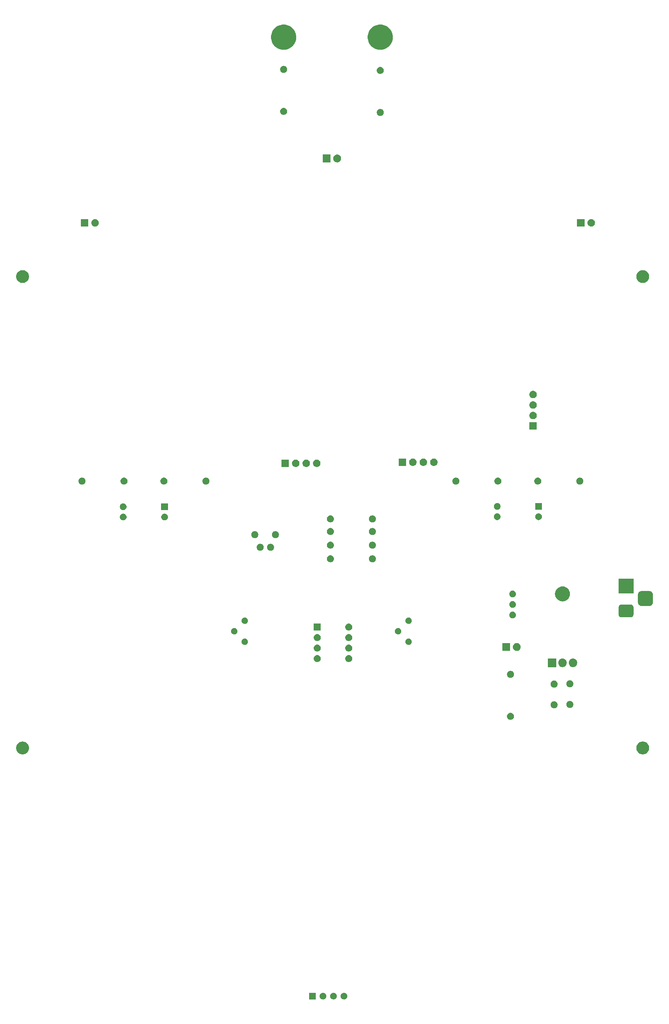
<source format=gbr>
G04 #@! TF.GenerationSoftware,KiCad,Pcbnew,(5.0.1)-3*
G04 #@! TF.CreationDate,2020-02-12T20:38:56-05:00*
G04 #@! TF.ProjectId,TinkerBot,54696E6B6572426F742E6B696361645F,rev?*
G04 #@! TF.SameCoordinates,Original*
G04 #@! TF.FileFunction,Soldermask,Bot*
G04 #@! TF.FilePolarity,Negative*
%FSLAX46Y46*%
G04 Gerber Fmt 4.6, Leading zero omitted, Abs format (unit mm)*
G04 Created by KiCad (PCBNEW (5.0.1)-3) date 2/12/2020 8:38:56 PM*
%MOMM*%
%LPD*%
G01*
G04 APERTURE LIST*
%ADD10C,0.100000*%
G04 APERTURE END LIST*
D10*
G36*
X-2097858Y-116223242D02*
X-1949898Y-116284530D01*
X-1816742Y-116373502D01*
X-1703502Y-116486742D01*
X-1614530Y-116619898D01*
X-1553242Y-116767858D01*
X-1522000Y-116924925D01*
X-1522000Y-117085075D01*
X-1553242Y-117242142D01*
X-1614530Y-117390102D01*
X-1703502Y-117523258D01*
X-1816742Y-117636498D01*
X-1949898Y-117725470D01*
X-2097858Y-117786758D01*
X-2254925Y-117818000D01*
X-2415075Y-117818000D01*
X-2572142Y-117786758D01*
X-2720102Y-117725470D01*
X-2853258Y-117636498D01*
X-2966498Y-117523258D01*
X-3055470Y-117390102D01*
X-3116758Y-117242142D01*
X-3148000Y-117085075D01*
X-3148000Y-116924925D01*
X-3116758Y-116767858D01*
X-3055470Y-116619898D01*
X-2966498Y-116486742D01*
X-2853258Y-116373502D01*
X-2720102Y-116284530D01*
X-2572142Y-116223242D01*
X-2415075Y-116192000D01*
X-2254925Y-116192000D01*
X-2097858Y-116223242D01*
X-2097858Y-116223242D01*
G37*
G36*
X442142Y-116223242D02*
X590102Y-116284530D01*
X723258Y-116373502D01*
X836498Y-116486742D01*
X925470Y-116619898D01*
X986758Y-116767858D01*
X1018000Y-116924925D01*
X1018000Y-117085075D01*
X986758Y-117242142D01*
X925470Y-117390102D01*
X836498Y-117523258D01*
X723258Y-117636498D01*
X590102Y-117725470D01*
X442142Y-117786758D01*
X285075Y-117818000D01*
X124925Y-117818000D01*
X-32142Y-117786758D01*
X-180102Y-117725470D01*
X-313258Y-117636498D01*
X-426498Y-117523258D01*
X-515470Y-117390102D01*
X-576758Y-117242142D01*
X-608000Y-117085075D01*
X-608000Y-116924925D01*
X-576758Y-116767858D01*
X-515470Y-116619898D01*
X-426498Y-116486742D01*
X-313258Y-116373502D01*
X-180102Y-116284530D01*
X-32142Y-116223242D01*
X124925Y-116192000D01*
X285075Y-116192000D01*
X442142Y-116223242D01*
X442142Y-116223242D01*
G37*
G36*
X2982142Y-116223242D02*
X3130102Y-116284530D01*
X3263258Y-116373502D01*
X3376498Y-116486742D01*
X3465470Y-116619898D01*
X3526758Y-116767858D01*
X3558000Y-116924925D01*
X3558000Y-117085075D01*
X3526758Y-117242142D01*
X3465470Y-117390102D01*
X3376498Y-117523258D01*
X3263258Y-117636498D01*
X3130102Y-117725470D01*
X2982142Y-117786758D01*
X2825075Y-117818000D01*
X2664925Y-117818000D01*
X2507858Y-117786758D01*
X2359898Y-117725470D01*
X2226742Y-117636498D01*
X2113502Y-117523258D01*
X2024530Y-117390102D01*
X1963242Y-117242142D01*
X1932000Y-117085075D01*
X1932000Y-116924925D01*
X1963242Y-116767858D01*
X2024530Y-116619898D01*
X2113502Y-116486742D01*
X2226742Y-116373502D01*
X2359898Y-116284530D01*
X2507858Y-116223242D01*
X2664925Y-116192000D01*
X2825075Y-116192000D01*
X2982142Y-116223242D01*
X2982142Y-116223242D01*
G37*
G36*
X-4062000Y-117818000D02*
X-5688000Y-117818000D01*
X-5688000Y-116192000D01*
X-4062000Y-116192000D01*
X-4062000Y-117818000D01*
X-4062000Y-117818000D01*
G37*
G36*
X75352527Y-55488736D02*
X75452410Y-55508604D01*
X75734674Y-55625521D01*
X75988705Y-55795259D01*
X76204741Y-56011295D01*
X76374479Y-56265326D01*
X76491396Y-56547590D01*
X76551000Y-56847240D01*
X76551000Y-57152760D01*
X76491396Y-57452410D01*
X76374479Y-57734674D01*
X76204741Y-57988705D01*
X75988705Y-58204741D01*
X75734674Y-58374479D01*
X75452410Y-58491396D01*
X75352527Y-58511264D01*
X75152762Y-58551000D01*
X74847238Y-58551000D01*
X74647473Y-58511264D01*
X74547590Y-58491396D01*
X74265326Y-58374479D01*
X74011295Y-58204741D01*
X73795259Y-57988705D01*
X73625521Y-57734674D01*
X73508604Y-57452410D01*
X73449000Y-57152760D01*
X73449000Y-56847240D01*
X73508604Y-56547590D01*
X73625521Y-56265326D01*
X73795259Y-56011295D01*
X74011295Y-55795259D01*
X74265326Y-55625521D01*
X74547590Y-55508604D01*
X74647473Y-55488736D01*
X74847238Y-55449000D01*
X75152762Y-55449000D01*
X75352527Y-55488736D01*
X75352527Y-55488736D01*
G37*
G36*
X-74647473Y-55488736D02*
X-74547590Y-55508604D01*
X-74265326Y-55625521D01*
X-74011295Y-55795259D01*
X-73795259Y-56011295D01*
X-73625521Y-56265326D01*
X-73508604Y-56547590D01*
X-73449000Y-56847240D01*
X-73449000Y-57152760D01*
X-73508604Y-57452410D01*
X-73625521Y-57734674D01*
X-73795259Y-57988705D01*
X-74011295Y-58204741D01*
X-74265326Y-58374479D01*
X-74547590Y-58491396D01*
X-74647473Y-58511264D01*
X-74847238Y-58551000D01*
X-75152762Y-58551000D01*
X-75352527Y-58511264D01*
X-75452410Y-58491396D01*
X-75734674Y-58374479D01*
X-75988705Y-58204741D01*
X-76204741Y-57988705D01*
X-76374479Y-57734674D01*
X-76491396Y-57452410D01*
X-76551000Y-57152760D01*
X-76551000Y-56847240D01*
X-76491396Y-56547590D01*
X-76374479Y-56265326D01*
X-76204741Y-56011295D01*
X-75988705Y-55795259D01*
X-75734674Y-55625521D01*
X-75452410Y-55508604D01*
X-75352527Y-55488736D01*
X-75152762Y-55449000D01*
X-74847238Y-55449000D01*
X-74647473Y-55488736D01*
X-74647473Y-55488736D01*
G37*
G36*
X43177821Y-48518313D02*
X43177824Y-48518314D01*
X43177825Y-48518314D01*
X43338239Y-48566975D01*
X43338241Y-48566976D01*
X43338244Y-48566977D01*
X43486078Y-48645995D01*
X43615659Y-48752341D01*
X43722005Y-48881922D01*
X43801023Y-49029756D01*
X43849687Y-49190179D01*
X43866117Y-49357000D01*
X43849687Y-49523821D01*
X43801023Y-49684244D01*
X43722005Y-49832078D01*
X43615659Y-49961659D01*
X43486078Y-50068005D01*
X43338244Y-50147023D01*
X43338241Y-50147024D01*
X43338239Y-50147025D01*
X43177825Y-50195686D01*
X43177824Y-50195686D01*
X43177821Y-50195687D01*
X43052804Y-50208000D01*
X42969196Y-50208000D01*
X42844179Y-50195687D01*
X42844176Y-50195686D01*
X42844175Y-50195686D01*
X42683761Y-50147025D01*
X42683759Y-50147024D01*
X42683756Y-50147023D01*
X42535922Y-50068005D01*
X42406341Y-49961659D01*
X42299995Y-49832078D01*
X42220977Y-49684244D01*
X42172313Y-49523821D01*
X42155883Y-49357000D01*
X42172313Y-49190179D01*
X42220977Y-49029756D01*
X42299995Y-48881922D01*
X42406341Y-48752341D01*
X42535922Y-48645995D01*
X42683756Y-48566977D01*
X42683759Y-48566976D01*
X42683761Y-48566975D01*
X42844175Y-48518314D01*
X42844176Y-48518314D01*
X42844179Y-48518313D01*
X42969196Y-48506000D01*
X43052804Y-48506000D01*
X43177821Y-48518313D01*
X43177821Y-48518313D01*
G37*
G36*
X53800228Y-45744703D02*
X53955100Y-45808853D01*
X54094481Y-45901985D01*
X54213015Y-46020519D01*
X54306147Y-46159900D01*
X54370297Y-46314772D01*
X54403000Y-46479184D01*
X54403000Y-46646816D01*
X54370297Y-46811228D01*
X54306147Y-46966100D01*
X54213015Y-47105481D01*
X54094481Y-47224015D01*
X53955100Y-47317147D01*
X53800228Y-47381297D01*
X53635816Y-47414000D01*
X53468184Y-47414000D01*
X53303772Y-47381297D01*
X53148900Y-47317147D01*
X53009519Y-47224015D01*
X52890985Y-47105481D01*
X52797853Y-46966100D01*
X52733703Y-46811228D01*
X52701000Y-46646816D01*
X52701000Y-46479184D01*
X52733703Y-46314772D01*
X52797853Y-46159900D01*
X52890985Y-46020519D01*
X53009519Y-45901985D01*
X53148900Y-45808853D01*
X53303772Y-45744703D01*
X53468184Y-45712000D01*
X53635816Y-45712000D01*
X53800228Y-45744703D01*
X53800228Y-45744703D01*
G37*
G36*
X57610228Y-45664703D02*
X57765100Y-45728853D01*
X57904481Y-45821985D01*
X58023015Y-45940519D01*
X58116147Y-46079900D01*
X58180297Y-46234772D01*
X58213000Y-46399184D01*
X58213000Y-46566816D01*
X58180297Y-46731228D01*
X58116147Y-46886100D01*
X58023015Y-47025481D01*
X57904481Y-47144015D01*
X57765100Y-47237147D01*
X57610228Y-47301297D01*
X57445816Y-47334000D01*
X57278184Y-47334000D01*
X57113772Y-47301297D01*
X56958900Y-47237147D01*
X56819519Y-47144015D01*
X56700985Y-47025481D01*
X56607853Y-46886100D01*
X56543703Y-46731228D01*
X56511000Y-46566816D01*
X56511000Y-46399184D01*
X56543703Y-46234772D01*
X56607853Y-46079900D01*
X56700985Y-45940519D01*
X56819519Y-45821985D01*
X56958900Y-45728853D01*
X57113772Y-45664703D01*
X57278184Y-45632000D01*
X57445816Y-45632000D01*
X57610228Y-45664703D01*
X57610228Y-45664703D01*
G37*
G36*
X53800228Y-40744703D02*
X53955100Y-40808853D01*
X54094481Y-40901985D01*
X54213015Y-41020519D01*
X54306147Y-41159900D01*
X54370297Y-41314772D01*
X54403000Y-41479184D01*
X54403000Y-41646816D01*
X54370297Y-41811228D01*
X54306147Y-41966100D01*
X54213015Y-42105481D01*
X54094481Y-42224015D01*
X53955100Y-42317147D01*
X53800228Y-42381297D01*
X53635816Y-42414000D01*
X53468184Y-42414000D01*
X53303772Y-42381297D01*
X53148900Y-42317147D01*
X53009519Y-42224015D01*
X52890985Y-42105481D01*
X52797853Y-41966100D01*
X52733703Y-41811228D01*
X52701000Y-41646816D01*
X52701000Y-41479184D01*
X52733703Y-41314772D01*
X52797853Y-41159900D01*
X52890985Y-41020519D01*
X53009519Y-40901985D01*
X53148900Y-40808853D01*
X53303772Y-40744703D01*
X53468184Y-40712000D01*
X53635816Y-40712000D01*
X53800228Y-40744703D01*
X53800228Y-40744703D01*
G37*
G36*
X57610228Y-40664703D02*
X57765100Y-40728853D01*
X57904481Y-40821985D01*
X58023015Y-40940519D01*
X58116147Y-41079900D01*
X58180297Y-41234772D01*
X58213000Y-41399184D01*
X58213000Y-41566816D01*
X58180297Y-41731228D01*
X58116147Y-41886100D01*
X58023015Y-42025481D01*
X57904481Y-42144015D01*
X57765100Y-42237147D01*
X57610228Y-42301297D01*
X57445816Y-42334000D01*
X57278184Y-42334000D01*
X57113772Y-42301297D01*
X56958900Y-42237147D01*
X56819519Y-42144015D01*
X56700985Y-42025481D01*
X56607853Y-41886100D01*
X56543703Y-41731228D01*
X56511000Y-41566816D01*
X56511000Y-41399184D01*
X56543703Y-41234772D01*
X56607853Y-41079900D01*
X56700985Y-40940519D01*
X56819519Y-40821985D01*
X56958900Y-40728853D01*
X57113772Y-40664703D01*
X57278184Y-40632000D01*
X57445816Y-40632000D01*
X57610228Y-40664703D01*
X57610228Y-40664703D01*
G37*
G36*
X43259228Y-38378703D02*
X43414100Y-38442853D01*
X43553481Y-38535985D01*
X43672015Y-38654519D01*
X43765147Y-38793900D01*
X43829297Y-38948772D01*
X43862000Y-39113184D01*
X43862000Y-39280816D01*
X43829297Y-39445228D01*
X43765147Y-39600100D01*
X43672015Y-39739481D01*
X43553481Y-39858015D01*
X43414100Y-39951147D01*
X43259228Y-40015297D01*
X43094816Y-40048000D01*
X42927184Y-40048000D01*
X42762772Y-40015297D01*
X42607900Y-39951147D01*
X42468519Y-39858015D01*
X42349985Y-39739481D01*
X42256853Y-39600100D01*
X42192703Y-39445228D01*
X42160000Y-39280816D01*
X42160000Y-39113184D01*
X42192703Y-38948772D01*
X42256853Y-38793900D01*
X42349985Y-38654519D01*
X42468519Y-38535985D01*
X42607900Y-38442853D01*
X42762772Y-38378703D01*
X42927184Y-38346000D01*
X43094816Y-38346000D01*
X43259228Y-38378703D01*
X43259228Y-38378703D01*
G37*
G36*
X55780719Y-35366520D02*
X55969880Y-35423901D01*
X56144212Y-35517083D01*
X56297015Y-35642485D01*
X56422417Y-35795288D01*
X56515599Y-35969619D01*
X56572980Y-36158780D01*
X56587500Y-36306206D01*
X56587500Y-36499793D01*
X56572980Y-36647219D01*
X56515599Y-36836380D01*
X56422417Y-37010712D01*
X56297015Y-37163515D01*
X56144212Y-37288917D01*
X55969881Y-37382099D01*
X55780720Y-37439480D01*
X55584000Y-37458855D01*
X55387281Y-37439480D01*
X55198120Y-37382099D01*
X55023788Y-37288917D01*
X54870985Y-37163515D01*
X54745583Y-37010712D01*
X54652401Y-36836381D01*
X54595020Y-36647220D01*
X54580500Y-36499794D01*
X54580500Y-36306207D01*
X54595020Y-36158781D01*
X54652401Y-35969620D01*
X54745583Y-35795288D01*
X54870985Y-35642485D01*
X55023788Y-35517083D01*
X55198119Y-35423901D01*
X55387280Y-35366520D01*
X55584000Y-35347145D01*
X55780719Y-35366520D01*
X55780719Y-35366520D01*
G37*
G36*
X58320719Y-35366520D02*
X58509880Y-35423901D01*
X58684212Y-35517083D01*
X58837015Y-35642485D01*
X58962417Y-35795288D01*
X59055599Y-35969619D01*
X59112980Y-36158780D01*
X59127500Y-36306206D01*
X59127500Y-36499793D01*
X59112980Y-36647219D01*
X59055599Y-36836380D01*
X58962417Y-37010712D01*
X58837015Y-37163515D01*
X58684212Y-37288917D01*
X58509881Y-37382099D01*
X58320720Y-37439480D01*
X58124000Y-37458855D01*
X57927281Y-37439480D01*
X57738120Y-37382099D01*
X57563788Y-37288917D01*
X57410985Y-37163515D01*
X57285583Y-37010712D01*
X57192401Y-36836381D01*
X57135020Y-36647220D01*
X57120500Y-36499794D01*
X57120500Y-36306207D01*
X57135020Y-36158781D01*
X57192401Y-35969620D01*
X57285583Y-35795288D01*
X57410985Y-35642485D01*
X57563788Y-35517083D01*
X57738119Y-35423901D01*
X57927280Y-35366520D01*
X58124000Y-35347145D01*
X58320719Y-35366520D01*
X58320719Y-35366520D01*
G37*
G36*
X54047500Y-37454000D02*
X52040500Y-37454000D01*
X52040500Y-35352000D01*
X54047500Y-35352000D01*
X54047500Y-37454000D01*
X54047500Y-37454000D01*
G37*
G36*
X4056556Y-34548313D02*
X4056559Y-34548314D01*
X4056560Y-34548314D01*
X4216974Y-34596975D01*
X4216976Y-34596976D01*
X4216979Y-34596977D01*
X4364813Y-34675995D01*
X4494394Y-34782341D01*
X4600740Y-34911922D01*
X4679758Y-35059756D01*
X4728422Y-35220179D01*
X4744852Y-35387000D01*
X4728422Y-35553821D01*
X4679758Y-35714244D01*
X4600740Y-35862078D01*
X4494394Y-35991659D01*
X4364813Y-36098005D01*
X4216979Y-36177023D01*
X4216976Y-36177024D01*
X4216974Y-36177025D01*
X4056560Y-36225686D01*
X4056559Y-36225686D01*
X4056556Y-36225687D01*
X3931539Y-36238000D01*
X3847931Y-36238000D01*
X3722914Y-36225687D01*
X3722911Y-36225686D01*
X3722910Y-36225686D01*
X3562496Y-36177025D01*
X3562494Y-36177024D01*
X3562491Y-36177023D01*
X3414657Y-36098005D01*
X3285076Y-35991659D01*
X3178730Y-35862078D01*
X3099712Y-35714244D01*
X3051048Y-35553821D01*
X3034618Y-35387000D01*
X3051048Y-35220179D01*
X3099712Y-35059756D01*
X3178730Y-34911922D01*
X3285076Y-34782341D01*
X3414657Y-34675995D01*
X3562491Y-34596977D01*
X3562494Y-34596976D01*
X3562496Y-34596975D01*
X3722910Y-34548314D01*
X3722911Y-34548314D01*
X3722914Y-34548313D01*
X3847931Y-34536000D01*
X3931539Y-34536000D01*
X4056556Y-34548313D01*
X4056556Y-34548313D01*
G37*
G36*
X-3563444Y-34548313D02*
X-3563441Y-34548314D01*
X-3563440Y-34548314D01*
X-3403026Y-34596975D01*
X-3403024Y-34596976D01*
X-3403021Y-34596977D01*
X-3255187Y-34675995D01*
X-3125606Y-34782341D01*
X-3019260Y-34911922D01*
X-2940242Y-35059756D01*
X-2891578Y-35220179D01*
X-2875148Y-35387000D01*
X-2891578Y-35553821D01*
X-2940242Y-35714244D01*
X-3019260Y-35862078D01*
X-3125606Y-35991659D01*
X-3255187Y-36098005D01*
X-3403021Y-36177023D01*
X-3403024Y-36177024D01*
X-3403026Y-36177025D01*
X-3563440Y-36225686D01*
X-3563441Y-36225686D01*
X-3563444Y-36225687D01*
X-3688461Y-36238000D01*
X-3772069Y-36238000D01*
X-3897086Y-36225687D01*
X-3897089Y-36225686D01*
X-3897090Y-36225686D01*
X-4057504Y-36177025D01*
X-4057506Y-36177024D01*
X-4057509Y-36177023D01*
X-4205343Y-36098005D01*
X-4334924Y-35991659D01*
X-4441270Y-35862078D01*
X-4520288Y-35714244D01*
X-4568952Y-35553821D01*
X-4585382Y-35387000D01*
X-4568952Y-35220179D01*
X-4520288Y-35059756D01*
X-4441270Y-34911922D01*
X-4334924Y-34782341D01*
X-4205343Y-34675995D01*
X-4057509Y-34596977D01*
X-4057506Y-34596976D01*
X-4057504Y-34596975D01*
X-3897090Y-34548314D01*
X-3897089Y-34548314D01*
X-3897086Y-34548313D01*
X-3772069Y-34536000D01*
X-3688461Y-34536000D01*
X-3563444Y-34548313D01*
X-3563444Y-34548313D01*
G37*
G36*
X-3563444Y-32008313D02*
X-3563441Y-32008314D01*
X-3563440Y-32008314D01*
X-3403026Y-32056975D01*
X-3403024Y-32056976D01*
X-3403021Y-32056977D01*
X-3255187Y-32135995D01*
X-3125606Y-32242341D01*
X-3019260Y-32371922D01*
X-2940242Y-32519756D01*
X-2891578Y-32680179D01*
X-2875148Y-32847000D01*
X-2891578Y-33013821D01*
X-2891579Y-33013824D01*
X-2891579Y-33013825D01*
X-2900570Y-33043466D01*
X-2940242Y-33174244D01*
X-3019260Y-33322078D01*
X-3125606Y-33451659D01*
X-3255187Y-33558005D01*
X-3403021Y-33637023D01*
X-3403024Y-33637024D01*
X-3403026Y-33637025D01*
X-3563440Y-33685686D01*
X-3563441Y-33685686D01*
X-3563444Y-33685687D01*
X-3688461Y-33698000D01*
X-3772069Y-33698000D01*
X-3897086Y-33685687D01*
X-3897089Y-33685686D01*
X-3897090Y-33685686D01*
X-4057504Y-33637025D01*
X-4057506Y-33637024D01*
X-4057509Y-33637023D01*
X-4205343Y-33558005D01*
X-4334924Y-33451659D01*
X-4441270Y-33322078D01*
X-4520288Y-33174244D01*
X-4559959Y-33043466D01*
X-4568951Y-33013825D01*
X-4568951Y-33013824D01*
X-4568952Y-33013821D01*
X-4585382Y-32847000D01*
X-4568952Y-32680179D01*
X-4520288Y-32519756D01*
X-4441270Y-32371922D01*
X-4334924Y-32242341D01*
X-4205343Y-32135995D01*
X-4057509Y-32056977D01*
X-4057506Y-32056976D01*
X-4057504Y-32056975D01*
X-3897090Y-32008314D01*
X-3897089Y-32008314D01*
X-3897086Y-32008313D01*
X-3772069Y-31996000D01*
X-3688461Y-31996000D01*
X-3563444Y-32008313D01*
X-3563444Y-32008313D01*
G37*
G36*
X4056556Y-32008313D02*
X4056559Y-32008314D01*
X4056560Y-32008314D01*
X4216974Y-32056975D01*
X4216976Y-32056976D01*
X4216979Y-32056977D01*
X4364813Y-32135995D01*
X4494394Y-32242341D01*
X4600740Y-32371922D01*
X4679758Y-32519756D01*
X4728422Y-32680179D01*
X4744852Y-32847000D01*
X4728422Y-33013821D01*
X4728421Y-33013824D01*
X4728421Y-33013825D01*
X4719430Y-33043466D01*
X4679758Y-33174244D01*
X4600740Y-33322078D01*
X4494394Y-33451659D01*
X4364813Y-33558005D01*
X4216979Y-33637023D01*
X4216976Y-33637024D01*
X4216974Y-33637025D01*
X4056560Y-33685686D01*
X4056559Y-33685686D01*
X4056556Y-33685687D01*
X3931539Y-33698000D01*
X3847931Y-33698000D01*
X3722914Y-33685687D01*
X3722911Y-33685686D01*
X3722910Y-33685686D01*
X3562496Y-33637025D01*
X3562494Y-33637024D01*
X3562491Y-33637023D01*
X3414657Y-33558005D01*
X3285076Y-33451659D01*
X3178730Y-33322078D01*
X3099712Y-33174244D01*
X3060041Y-33043466D01*
X3051049Y-33013825D01*
X3051049Y-33013824D01*
X3051048Y-33013821D01*
X3034618Y-32847000D01*
X3051048Y-32680179D01*
X3099712Y-32519756D01*
X3178730Y-32371922D01*
X3285076Y-32242341D01*
X3414657Y-32135995D01*
X3562491Y-32056977D01*
X3562494Y-32056976D01*
X3562496Y-32056975D01*
X3722910Y-32008314D01*
X3722911Y-32008314D01*
X3722914Y-32008313D01*
X3847931Y-31996000D01*
X3931539Y-31996000D01*
X4056556Y-32008313D01*
X4056556Y-32008313D01*
G37*
G36*
X42946000Y-33544000D02*
X41044000Y-33544000D01*
X41044000Y-31642000D01*
X42946000Y-31642000D01*
X42946000Y-33544000D01*
X42946000Y-33544000D01*
G37*
G36*
X44812396Y-31678546D02*
X44985466Y-31750234D01*
X45141230Y-31854312D01*
X45273688Y-31986770D01*
X45377766Y-32142534D01*
X45449454Y-32315604D01*
X45486000Y-32499333D01*
X45486000Y-32686667D01*
X45449454Y-32870396D01*
X45377766Y-33043466D01*
X45273688Y-33199230D01*
X45141230Y-33331688D01*
X44985466Y-33435766D01*
X44812396Y-33507454D01*
X44628667Y-33544000D01*
X44441333Y-33544000D01*
X44257604Y-33507454D01*
X44084534Y-33435766D01*
X43928770Y-33331688D01*
X43796312Y-33199230D01*
X43692234Y-33043466D01*
X43620546Y-32870396D01*
X43584000Y-32686667D01*
X43584000Y-32499333D01*
X43620546Y-32315604D01*
X43692234Y-32142534D01*
X43796312Y-31986770D01*
X43928770Y-31854312D01*
X44084534Y-31750234D01*
X44257604Y-31678546D01*
X44441333Y-31642000D01*
X44628667Y-31642000D01*
X44812396Y-31678546D01*
X44812396Y-31678546D01*
G37*
G36*
X18498589Y-30561876D02*
X18597893Y-30581629D01*
X18738206Y-30639748D01*
X18864484Y-30724125D01*
X18971875Y-30831516D01*
X19056252Y-30957794D01*
X19114371Y-31098107D01*
X19144000Y-31247063D01*
X19144000Y-31398937D01*
X19114371Y-31547893D01*
X19056252Y-31688206D01*
X18971875Y-31814484D01*
X18864484Y-31921875D01*
X18738206Y-32006252D01*
X18597893Y-32064371D01*
X18498589Y-32084124D01*
X18448938Y-32094000D01*
X18297062Y-32094000D01*
X18247411Y-32084124D01*
X18148107Y-32064371D01*
X18007794Y-32006252D01*
X17881516Y-31921875D01*
X17774125Y-31814484D01*
X17689748Y-31688206D01*
X17631629Y-31547893D01*
X17602000Y-31398937D01*
X17602000Y-31247063D01*
X17631629Y-31098107D01*
X17689748Y-30957794D01*
X17774125Y-30831516D01*
X17881516Y-30724125D01*
X18007794Y-30639748D01*
X18148107Y-30581629D01*
X18247411Y-30561876D01*
X18297062Y-30552000D01*
X18448938Y-30552000D01*
X18498589Y-30561876D01*
X18498589Y-30561876D01*
G37*
G36*
X-21125411Y-30561876D02*
X-21026107Y-30581629D01*
X-20885794Y-30639748D01*
X-20759516Y-30724125D01*
X-20652125Y-30831516D01*
X-20567748Y-30957794D01*
X-20509629Y-31098107D01*
X-20480000Y-31247063D01*
X-20480000Y-31398937D01*
X-20509629Y-31547893D01*
X-20567748Y-31688206D01*
X-20652125Y-31814484D01*
X-20759516Y-31921875D01*
X-20885794Y-32006252D01*
X-21026107Y-32064371D01*
X-21125411Y-32084124D01*
X-21175062Y-32094000D01*
X-21326938Y-32094000D01*
X-21376589Y-32084124D01*
X-21475893Y-32064371D01*
X-21616206Y-32006252D01*
X-21742484Y-31921875D01*
X-21849875Y-31814484D01*
X-21934252Y-31688206D01*
X-21992371Y-31547893D01*
X-22022000Y-31398937D01*
X-22022000Y-31247063D01*
X-21992371Y-31098107D01*
X-21934252Y-30957794D01*
X-21849875Y-30831516D01*
X-21742484Y-30724125D01*
X-21616206Y-30639748D01*
X-21475893Y-30581629D01*
X-21376589Y-30561876D01*
X-21326938Y-30552000D01*
X-21175062Y-30552000D01*
X-21125411Y-30561876D01*
X-21125411Y-30561876D01*
G37*
G36*
X4056556Y-29468313D02*
X4056559Y-29468314D01*
X4056560Y-29468314D01*
X4216974Y-29516975D01*
X4216976Y-29516976D01*
X4216979Y-29516977D01*
X4364813Y-29595995D01*
X4494394Y-29702341D01*
X4600740Y-29831922D01*
X4679758Y-29979756D01*
X4728422Y-30140179D01*
X4744852Y-30307000D01*
X4728422Y-30473821D01*
X4679758Y-30634244D01*
X4600740Y-30782078D01*
X4494394Y-30911659D01*
X4364813Y-31018005D01*
X4216979Y-31097023D01*
X4216976Y-31097024D01*
X4216974Y-31097025D01*
X4056560Y-31145686D01*
X4056559Y-31145686D01*
X4056556Y-31145687D01*
X3931539Y-31158000D01*
X3847931Y-31158000D01*
X3722914Y-31145687D01*
X3722911Y-31145686D01*
X3722910Y-31145686D01*
X3562496Y-31097025D01*
X3562494Y-31097024D01*
X3562491Y-31097023D01*
X3414657Y-31018005D01*
X3285076Y-30911659D01*
X3178730Y-30782078D01*
X3099712Y-30634244D01*
X3051048Y-30473821D01*
X3034618Y-30307000D01*
X3051048Y-30140179D01*
X3099712Y-29979756D01*
X3178730Y-29831922D01*
X3285076Y-29702341D01*
X3414657Y-29595995D01*
X3562491Y-29516977D01*
X3562494Y-29516976D01*
X3562496Y-29516975D01*
X3722910Y-29468314D01*
X3722911Y-29468314D01*
X3722914Y-29468313D01*
X3847931Y-29456000D01*
X3931539Y-29456000D01*
X4056556Y-29468313D01*
X4056556Y-29468313D01*
G37*
G36*
X-3563444Y-29468313D02*
X-3563441Y-29468314D01*
X-3563440Y-29468314D01*
X-3403026Y-29516975D01*
X-3403024Y-29516976D01*
X-3403021Y-29516977D01*
X-3255187Y-29595995D01*
X-3125606Y-29702341D01*
X-3019260Y-29831922D01*
X-2940242Y-29979756D01*
X-2891578Y-30140179D01*
X-2875148Y-30307000D01*
X-2891578Y-30473821D01*
X-2940242Y-30634244D01*
X-3019260Y-30782078D01*
X-3125606Y-30911659D01*
X-3255187Y-31018005D01*
X-3403021Y-31097023D01*
X-3403024Y-31097024D01*
X-3403026Y-31097025D01*
X-3563440Y-31145686D01*
X-3563441Y-31145686D01*
X-3563444Y-31145687D01*
X-3688461Y-31158000D01*
X-3772069Y-31158000D01*
X-3897086Y-31145687D01*
X-3897089Y-31145686D01*
X-3897090Y-31145686D01*
X-4057504Y-31097025D01*
X-4057506Y-31097024D01*
X-4057509Y-31097023D01*
X-4205343Y-31018005D01*
X-4334924Y-30911659D01*
X-4441270Y-30782078D01*
X-4520288Y-30634244D01*
X-4568952Y-30473821D01*
X-4585382Y-30307000D01*
X-4568952Y-30140179D01*
X-4520288Y-29979756D01*
X-4441270Y-29831922D01*
X-4334924Y-29702341D01*
X-4205343Y-29595995D01*
X-4057509Y-29516977D01*
X-4057506Y-29516976D01*
X-4057504Y-29516975D01*
X-3897090Y-29468314D01*
X-3897089Y-29468314D01*
X-3897086Y-29468313D01*
X-3772069Y-29456000D01*
X-3688461Y-29456000D01*
X-3563444Y-29468313D01*
X-3563444Y-29468313D01*
G37*
G36*
X15958589Y-28021876D02*
X16057893Y-28041629D01*
X16198206Y-28099748D01*
X16324484Y-28184125D01*
X16431875Y-28291516D01*
X16516252Y-28417794D01*
X16574371Y-28558107D01*
X16604000Y-28707063D01*
X16604000Y-28858937D01*
X16574371Y-29007893D01*
X16516252Y-29148206D01*
X16431875Y-29274484D01*
X16324484Y-29381875D01*
X16198206Y-29466252D01*
X16057893Y-29524371D01*
X15958589Y-29544124D01*
X15908938Y-29554000D01*
X15757062Y-29554000D01*
X15707411Y-29544124D01*
X15608107Y-29524371D01*
X15467794Y-29466252D01*
X15341516Y-29381875D01*
X15234125Y-29274484D01*
X15149748Y-29148206D01*
X15091629Y-29007893D01*
X15062000Y-28858937D01*
X15062000Y-28707063D01*
X15091629Y-28558107D01*
X15149748Y-28417794D01*
X15234125Y-28291516D01*
X15341516Y-28184125D01*
X15467794Y-28099748D01*
X15608107Y-28041629D01*
X15707411Y-28021876D01*
X15757062Y-28012000D01*
X15908938Y-28012000D01*
X15958589Y-28021876D01*
X15958589Y-28021876D01*
G37*
G36*
X-23665411Y-28021876D02*
X-23566107Y-28041629D01*
X-23425794Y-28099748D01*
X-23299516Y-28184125D01*
X-23192125Y-28291516D01*
X-23107748Y-28417794D01*
X-23049629Y-28558107D01*
X-23020000Y-28707063D01*
X-23020000Y-28858937D01*
X-23049629Y-29007893D01*
X-23107748Y-29148206D01*
X-23192125Y-29274484D01*
X-23299516Y-29381875D01*
X-23425794Y-29466252D01*
X-23566107Y-29524371D01*
X-23665411Y-29544124D01*
X-23715062Y-29554000D01*
X-23866938Y-29554000D01*
X-23916589Y-29544124D01*
X-24015893Y-29524371D01*
X-24156206Y-29466252D01*
X-24282484Y-29381875D01*
X-24389875Y-29274484D01*
X-24474252Y-29148206D01*
X-24532371Y-29007893D01*
X-24562000Y-28858937D01*
X-24562000Y-28707063D01*
X-24532371Y-28558107D01*
X-24474252Y-28417794D01*
X-24389875Y-28291516D01*
X-24282484Y-28184125D01*
X-24156206Y-28099748D01*
X-24015893Y-28041629D01*
X-23916589Y-28021876D01*
X-23866938Y-28012000D01*
X-23715062Y-28012000D01*
X-23665411Y-28021876D01*
X-23665411Y-28021876D01*
G37*
G36*
X4056556Y-26928313D02*
X4056559Y-26928314D01*
X4056560Y-26928314D01*
X4216974Y-26976975D01*
X4216976Y-26976976D01*
X4216979Y-26976977D01*
X4364813Y-27055995D01*
X4494394Y-27162341D01*
X4600740Y-27291922D01*
X4679758Y-27439756D01*
X4728422Y-27600179D01*
X4744852Y-27767000D01*
X4728422Y-27933821D01*
X4679758Y-28094244D01*
X4600740Y-28242078D01*
X4494394Y-28371659D01*
X4364813Y-28478005D01*
X4216979Y-28557023D01*
X4216976Y-28557024D01*
X4216974Y-28557025D01*
X4056560Y-28605686D01*
X4056559Y-28605686D01*
X4056556Y-28605687D01*
X3931539Y-28618000D01*
X3847931Y-28618000D01*
X3722914Y-28605687D01*
X3722911Y-28605686D01*
X3722910Y-28605686D01*
X3562496Y-28557025D01*
X3562494Y-28557024D01*
X3562491Y-28557023D01*
X3414657Y-28478005D01*
X3285076Y-28371659D01*
X3178730Y-28242078D01*
X3099712Y-28094244D01*
X3051048Y-27933821D01*
X3034618Y-27767000D01*
X3051048Y-27600179D01*
X3099712Y-27439756D01*
X3178730Y-27291922D01*
X3285076Y-27162341D01*
X3414657Y-27055995D01*
X3562491Y-26976977D01*
X3562494Y-26976976D01*
X3562496Y-26976975D01*
X3722910Y-26928314D01*
X3722911Y-26928314D01*
X3722914Y-26928313D01*
X3847931Y-26916000D01*
X3931539Y-26916000D01*
X4056556Y-26928313D01*
X4056556Y-26928313D01*
G37*
G36*
X-2879265Y-28618000D02*
X-4581265Y-28618000D01*
X-4581265Y-26916000D01*
X-2879265Y-26916000D01*
X-2879265Y-28618000D01*
X-2879265Y-28618000D01*
G37*
G36*
X18476583Y-25477499D02*
X18597893Y-25501629D01*
X18738206Y-25559748D01*
X18864484Y-25644125D01*
X18971875Y-25751516D01*
X19056252Y-25877794D01*
X19114371Y-26018107D01*
X19144000Y-26167063D01*
X19144000Y-26318937D01*
X19114371Y-26467893D01*
X19056252Y-26608206D01*
X18971875Y-26734484D01*
X18864484Y-26841875D01*
X18738206Y-26926252D01*
X18597893Y-26984371D01*
X18498589Y-27004124D01*
X18448938Y-27014000D01*
X18297062Y-27014000D01*
X18247411Y-27004124D01*
X18148107Y-26984371D01*
X18007794Y-26926252D01*
X17881516Y-26841875D01*
X17774125Y-26734484D01*
X17689748Y-26608206D01*
X17631629Y-26467893D01*
X17602000Y-26318937D01*
X17602000Y-26167063D01*
X17631629Y-26018107D01*
X17689748Y-25877794D01*
X17774125Y-25751516D01*
X17881516Y-25644125D01*
X18007794Y-25559748D01*
X18148107Y-25501629D01*
X18269417Y-25477499D01*
X18297062Y-25472000D01*
X18448938Y-25472000D01*
X18476583Y-25477499D01*
X18476583Y-25477499D01*
G37*
G36*
X-21147417Y-25477499D02*
X-21026107Y-25501629D01*
X-20885794Y-25559748D01*
X-20759516Y-25644125D01*
X-20652125Y-25751516D01*
X-20567748Y-25877794D01*
X-20509629Y-26018107D01*
X-20480000Y-26167063D01*
X-20480000Y-26318937D01*
X-20509629Y-26467893D01*
X-20567748Y-26608206D01*
X-20652125Y-26734484D01*
X-20759516Y-26841875D01*
X-20885794Y-26926252D01*
X-21026107Y-26984371D01*
X-21125411Y-27004124D01*
X-21175062Y-27014000D01*
X-21326938Y-27014000D01*
X-21376589Y-27004124D01*
X-21475893Y-26984371D01*
X-21616206Y-26926252D01*
X-21742484Y-26841875D01*
X-21849875Y-26734484D01*
X-21934252Y-26608206D01*
X-21992371Y-26467893D01*
X-22022000Y-26318937D01*
X-22022000Y-26167063D01*
X-21992371Y-26018107D01*
X-21934252Y-25877794D01*
X-21849875Y-25751516D01*
X-21742484Y-25644125D01*
X-21616206Y-25559748D01*
X-21475893Y-25501629D01*
X-21354583Y-25477499D01*
X-21326938Y-25472000D01*
X-21175062Y-25472000D01*
X-21147417Y-25477499D01*
X-21147417Y-25477499D01*
G37*
G36*
X43756142Y-24064242D02*
X43904102Y-24125530D01*
X44037258Y-24214502D01*
X44150498Y-24327742D01*
X44239470Y-24460898D01*
X44300758Y-24608858D01*
X44332000Y-24765925D01*
X44332000Y-24926075D01*
X44300758Y-25083142D01*
X44295936Y-25094782D01*
X44239471Y-25231100D01*
X44150499Y-25364257D01*
X44037257Y-25477499D01*
X43971130Y-25521683D01*
X43904102Y-25566470D01*
X43756142Y-25627758D01*
X43599075Y-25659000D01*
X43438925Y-25659000D01*
X43281858Y-25627758D01*
X43133898Y-25566470D01*
X43066870Y-25521683D01*
X43000743Y-25477499D01*
X42887501Y-25364257D01*
X42798529Y-25231100D01*
X42742064Y-25094782D01*
X42737242Y-25083142D01*
X42706000Y-24926075D01*
X42706000Y-24765925D01*
X42737242Y-24608858D01*
X42798530Y-24460898D01*
X42887502Y-24327742D01*
X43000742Y-24214502D01*
X43133898Y-24125530D01*
X43281858Y-24064242D01*
X43438925Y-24033000D01*
X43599075Y-24033000D01*
X43756142Y-24064242D01*
X43756142Y-24064242D01*
G37*
G36*
X72177978Y-22324293D02*
X72311627Y-22364835D01*
X72434782Y-22430662D01*
X72542739Y-22519261D01*
X72631338Y-22627218D01*
X72697165Y-22750373D01*
X72737707Y-22884022D01*
X72752000Y-23029140D01*
X72752000Y-24692860D01*
X72737707Y-24837978D01*
X72697165Y-24971627D01*
X72631338Y-25094782D01*
X72542739Y-25202739D01*
X72434782Y-25291338D01*
X72311627Y-25357165D01*
X72177978Y-25397707D01*
X72032860Y-25412000D01*
X69869140Y-25412000D01*
X69724022Y-25397707D01*
X69590373Y-25357165D01*
X69467218Y-25291338D01*
X69359261Y-25202739D01*
X69270662Y-25094782D01*
X69204835Y-24971627D01*
X69164293Y-24837978D01*
X69150000Y-24692860D01*
X69150000Y-23029140D01*
X69164293Y-22884022D01*
X69204835Y-22750373D01*
X69270662Y-22627218D01*
X69359261Y-22519261D01*
X69467218Y-22430662D01*
X69590373Y-22364835D01*
X69724022Y-22324293D01*
X69869140Y-22310000D01*
X72032860Y-22310000D01*
X72177978Y-22324293D01*
X72177978Y-22324293D01*
G37*
G36*
X43756142Y-21524242D02*
X43904102Y-21585530D01*
X44037258Y-21674502D01*
X44150498Y-21787742D01*
X44239470Y-21920898D01*
X44300758Y-22068858D01*
X44332000Y-22225925D01*
X44332000Y-22386075D01*
X44300758Y-22543142D01*
X44239470Y-22691102D01*
X44150498Y-22824258D01*
X44037258Y-22937498D01*
X43904102Y-23026470D01*
X43756142Y-23087758D01*
X43599075Y-23119000D01*
X43438925Y-23119000D01*
X43281858Y-23087758D01*
X43133898Y-23026470D01*
X43000742Y-22937498D01*
X42887502Y-22824258D01*
X42798530Y-22691102D01*
X42737242Y-22543142D01*
X42706000Y-22386075D01*
X42706000Y-22225925D01*
X42737242Y-22068858D01*
X42798530Y-21920898D01*
X42887502Y-21787742D01*
X43000742Y-21674502D01*
X43133898Y-21585530D01*
X43281858Y-21524242D01*
X43438925Y-21493000D01*
X43599075Y-21493000D01*
X43756142Y-21524242D01*
X43756142Y-21524242D01*
G37*
G36*
X76777366Y-19076695D02*
X76934458Y-19124348D01*
X77079230Y-19201731D01*
X77206128Y-19305872D01*
X77310269Y-19432770D01*
X77387652Y-19577542D01*
X77435305Y-19734634D01*
X77452000Y-19904140D01*
X77452000Y-21817860D01*
X77435305Y-21987366D01*
X77387652Y-22144458D01*
X77310269Y-22289230D01*
X77206128Y-22416128D01*
X77079230Y-22520269D01*
X76934458Y-22597652D01*
X76777366Y-22645305D01*
X76607860Y-22662000D01*
X74694140Y-22662000D01*
X74524634Y-22645305D01*
X74367542Y-22597652D01*
X74222770Y-22520269D01*
X74095872Y-22416128D01*
X73991731Y-22289230D01*
X73914348Y-22144458D01*
X73866695Y-21987366D01*
X73850000Y-21817860D01*
X73850000Y-19904140D01*
X73866695Y-19734634D01*
X73914348Y-19577542D01*
X73991731Y-19432770D01*
X74095872Y-19305872D01*
X74222770Y-19201731D01*
X74367542Y-19124348D01*
X74524634Y-19076695D01*
X74694140Y-19060000D01*
X76607860Y-19060000D01*
X76777366Y-19076695D01*
X76777366Y-19076695D01*
G37*
G36*
X55760669Y-17950686D02*
X55937058Y-17968059D01*
X56163385Y-18036714D01*
X56276549Y-18071042D01*
X56589425Y-18238279D01*
X56863661Y-18463339D01*
X57088721Y-18737575D01*
X57255958Y-19050451D01*
X57263919Y-19076695D01*
X57358941Y-19389942D01*
X57393714Y-19743000D01*
X57358941Y-20096058D01*
X57301851Y-20284258D01*
X57255958Y-20435549D01*
X57088721Y-20748425D01*
X56863661Y-21022661D01*
X56589425Y-21247721D01*
X56276549Y-21414958D01*
X56163385Y-21449286D01*
X55937058Y-21517941D01*
X55760669Y-21535314D01*
X55672476Y-21544000D01*
X55495524Y-21544000D01*
X55407331Y-21535314D01*
X55230942Y-21517941D01*
X55004615Y-21449286D01*
X54891451Y-21414958D01*
X54578575Y-21247721D01*
X54304339Y-21022661D01*
X54079279Y-20748425D01*
X53912042Y-20435549D01*
X53866149Y-20284258D01*
X53809059Y-20096058D01*
X53774286Y-19743000D01*
X53809059Y-19389942D01*
X53904081Y-19076695D01*
X53912042Y-19050451D01*
X54079279Y-18737575D01*
X54304339Y-18463339D01*
X54578575Y-18238279D01*
X54891451Y-18071042D01*
X55004615Y-18036714D01*
X55230942Y-17968059D01*
X55407331Y-17950686D01*
X55495524Y-17942000D01*
X55672476Y-17942000D01*
X55760669Y-17950686D01*
X55760669Y-17950686D01*
G37*
G36*
X43756142Y-18984242D02*
X43904102Y-19045530D01*
X43911468Y-19050452D01*
X44028345Y-19128546D01*
X44037258Y-19134502D01*
X44150498Y-19247742D01*
X44239470Y-19380898D01*
X44300758Y-19528858D01*
X44332000Y-19685925D01*
X44332000Y-19846075D01*
X44300758Y-20003142D01*
X44239470Y-20151102D01*
X44150498Y-20284258D01*
X44037258Y-20397498D01*
X43904102Y-20486470D01*
X43756142Y-20547758D01*
X43599075Y-20579000D01*
X43438925Y-20579000D01*
X43281858Y-20547758D01*
X43133898Y-20486470D01*
X43000742Y-20397498D01*
X42887502Y-20284258D01*
X42798530Y-20151102D01*
X42737242Y-20003142D01*
X42706000Y-19846075D01*
X42706000Y-19685925D01*
X42737242Y-19528858D01*
X42798530Y-19380898D01*
X42887502Y-19247742D01*
X43000742Y-19134502D01*
X43009656Y-19128546D01*
X43126532Y-19050452D01*
X43133898Y-19045530D01*
X43281858Y-18984242D01*
X43438925Y-18953000D01*
X43599075Y-18953000D01*
X43756142Y-18984242D01*
X43756142Y-18984242D01*
G37*
G36*
X72752000Y-19662000D02*
X69150000Y-19662000D01*
X69150000Y-16060000D01*
X72752000Y-16060000D01*
X72752000Y-19662000D01*
X72752000Y-19662000D01*
G37*
G36*
X9858228Y-10438703D02*
X10013100Y-10502853D01*
X10152481Y-10595985D01*
X10271015Y-10714519D01*
X10364147Y-10853900D01*
X10428297Y-11008772D01*
X10461000Y-11173184D01*
X10461000Y-11340816D01*
X10428297Y-11505228D01*
X10364147Y-11660100D01*
X10271015Y-11799481D01*
X10152481Y-11918015D01*
X10013100Y-12011147D01*
X9858228Y-12075297D01*
X9693816Y-12108000D01*
X9526184Y-12108000D01*
X9361772Y-12075297D01*
X9206900Y-12011147D01*
X9067519Y-11918015D01*
X8948985Y-11799481D01*
X8855853Y-11660100D01*
X8791703Y-11505228D01*
X8759000Y-11340816D01*
X8759000Y-11173184D01*
X8791703Y-11008772D01*
X8855853Y-10853900D01*
X8948985Y-10714519D01*
X9067519Y-10595985D01*
X9206900Y-10502853D01*
X9361772Y-10438703D01*
X9526184Y-10406000D01*
X9693816Y-10406000D01*
X9858228Y-10438703D01*
X9858228Y-10438703D01*
G37*
G36*
X-383179Y-10418313D02*
X-383176Y-10418314D01*
X-383175Y-10418314D01*
X-222761Y-10466975D01*
X-222759Y-10466976D01*
X-222756Y-10466977D01*
X-74922Y-10545995D01*
X54659Y-10652341D01*
X161005Y-10781922D01*
X240023Y-10929756D01*
X240024Y-10929759D01*
X240025Y-10929761D01*
X288686Y-11090175D01*
X288687Y-11090179D01*
X305117Y-11257000D01*
X288687Y-11423821D01*
X288686Y-11423824D01*
X288686Y-11423825D01*
X263993Y-11505228D01*
X240023Y-11584244D01*
X161005Y-11732078D01*
X54659Y-11861659D01*
X-74922Y-11968005D01*
X-222756Y-12047023D01*
X-222759Y-12047024D01*
X-222761Y-12047025D01*
X-383175Y-12095686D01*
X-383176Y-12095686D01*
X-383179Y-12095687D01*
X-508196Y-12108000D01*
X-591804Y-12108000D01*
X-716821Y-12095687D01*
X-716824Y-12095686D01*
X-716825Y-12095686D01*
X-877239Y-12047025D01*
X-877241Y-12047024D01*
X-877244Y-12047023D01*
X-1025078Y-11968005D01*
X-1154659Y-11861659D01*
X-1261005Y-11732078D01*
X-1340023Y-11584244D01*
X-1363992Y-11505228D01*
X-1388686Y-11423825D01*
X-1388686Y-11423824D01*
X-1388687Y-11423821D01*
X-1405117Y-11257000D01*
X-1388687Y-11090179D01*
X-1388686Y-11090175D01*
X-1340025Y-10929761D01*
X-1340024Y-10929759D01*
X-1340023Y-10929756D01*
X-1261005Y-10781922D01*
X-1154659Y-10652341D01*
X-1025078Y-10545995D01*
X-877244Y-10466977D01*
X-877241Y-10466976D01*
X-877239Y-10466975D01*
X-716825Y-10418314D01*
X-716824Y-10418314D01*
X-716821Y-10418313D01*
X-591804Y-10406000D01*
X-508196Y-10406000D01*
X-383179Y-10418313D01*
X-383179Y-10418313D01*
G37*
G36*
X-14779772Y-7644703D02*
X-14624900Y-7708853D01*
X-14485519Y-7801985D01*
X-14366985Y-7920519D01*
X-14273853Y-8059900D01*
X-14209703Y-8214772D01*
X-14177000Y-8379184D01*
X-14177000Y-8546816D01*
X-14209703Y-8711228D01*
X-14273853Y-8866100D01*
X-14366985Y-9005481D01*
X-14485519Y-9124015D01*
X-14624900Y-9217147D01*
X-14779772Y-9281297D01*
X-14944184Y-9314000D01*
X-15111816Y-9314000D01*
X-15276228Y-9281297D01*
X-15431100Y-9217147D01*
X-15570481Y-9124015D01*
X-15689015Y-9005481D01*
X-15782147Y-8866100D01*
X-15846297Y-8711228D01*
X-15879000Y-8546816D01*
X-15879000Y-8379184D01*
X-15846297Y-8214772D01*
X-15782147Y-8059900D01*
X-15689015Y-7920519D01*
X-15570481Y-7801985D01*
X-15431100Y-7708853D01*
X-15276228Y-7644703D01*
X-15111816Y-7612000D01*
X-14944184Y-7612000D01*
X-14779772Y-7644703D01*
X-14779772Y-7644703D01*
G37*
G36*
X-17279772Y-7644703D02*
X-17124900Y-7708853D01*
X-16985519Y-7801985D01*
X-16866985Y-7920519D01*
X-16773853Y-8059900D01*
X-16709703Y-8214772D01*
X-16677000Y-8379184D01*
X-16677000Y-8546816D01*
X-16709703Y-8711228D01*
X-16773853Y-8866100D01*
X-16866985Y-9005481D01*
X-16985519Y-9124015D01*
X-17124900Y-9217147D01*
X-17279772Y-9281297D01*
X-17444184Y-9314000D01*
X-17611816Y-9314000D01*
X-17776228Y-9281297D01*
X-17931100Y-9217147D01*
X-18070481Y-9124015D01*
X-18189015Y-9005481D01*
X-18282147Y-8866100D01*
X-18346297Y-8711228D01*
X-18379000Y-8546816D01*
X-18379000Y-8379184D01*
X-18346297Y-8214772D01*
X-18282147Y-8059900D01*
X-18189015Y-7920519D01*
X-18070481Y-7801985D01*
X-17931100Y-7708853D01*
X-17776228Y-7644703D01*
X-17611816Y-7612000D01*
X-17444184Y-7612000D01*
X-17279772Y-7644703D01*
X-17279772Y-7644703D01*
G37*
G36*
X9858228Y-7136703D02*
X10013100Y-7200853D01*
X10152481Y-7293985D01*
X10271015Y-7412519D01*
X10364147Y-7551900D01*
X10428297Y-7706772D01*
X10461000Y-7871184D01*
X10461000Y-8038816D01*
X10428297Y-8203228D01*
X10364147Y-8358100D01*
X10271015Y-8497481D01*
X10152481Y-8616015D01*
X10013100Y-8709147D01*
X9858228Y-8773297D01*
X9693816Y-8806000D01*
X9526184Y-8806000D01*
X9361772Y-8773297D01*
X9206900Y-8709147D01*
X9067519Y-8616015D01*
X8948985Y-8497481D01*
X8855853Y-8358100D01*
X8791703Y-8203228D01*
X8759000Y-8038816D01*
X8759000Y-7871184D01*
X8791703Y-7706772D01*
X8855853Y-7551900D01*
X8948985Y-7412519D01*
X9067519Y-7293985D01*
X9206900Y-7200853D01*
X9361772Y-7136703D01*
X9526184Y-7104000D01*
X9693816Y-7104000D01*
X9858228Y-7136703D01*
X9858228Y-7136703D01*
G37*
G36*
X-383179Y-7116313D02*
X-383176Y-7116314D01*
X-383175Y-7116314D01*
X-222761Y-7164975D01*
X-222759Y-7164976D01*
X-222756Y-7164977D01*
X-74922Y-7243995D01*
X54659Y-7350341D01*
X161005Y-7479922D01*
X240023Y-7627756D01*
X240024Y-7627759D01*
X240025Y-7627761D01*
X264624Y-7708853D01*
X288687Y-7788179D01*
X305117Y-7955000D01*
X288687Y-8121821D01*
X288686Y-8121824D01*
X288686Y-8121825D01*
X260491Y-8214772D01*
X240023Y-8282244D01*
X161005Y-8430078D01*
X54659Y-8559659D01*
X-74922Y-8666005D01*
X-222756Y-8745023D01*
X-222759Y-8745024D01*
X-222761Y-8745025D01*
X-383175Y-8793686D01*
X-383176Y-8793686D01*
X-383179Y-8793687D01*
X-508196Y-8806000D01*
X-591804Y-8806000D01*
X-716821Y-8793687D01*
X-716824Y-8793686D01*
X-716825Y-8793686D01*
X-877239Y-8745025D01*
X-877241Y-8745024D01*
X-877244Y-8745023D01*
X-1025078Y-8666005D01*
X-1154659Y-8559659D01*
X-1261005Y-8430078D01*
X-1340023Y-8282244D01*
X-1360490Y-8214772D01*
X-1388686Y-8121825D01*
X-1388686Y-8121824D01*
X-1388687Y-8121821D01*
X-1405117Y-7955000D01*
X-1388687Y-7788179D01*
X-1364624Y-7708853D01*
X-1340025Y-7627761D01*
X-1340024Y-7627759D01*
X-1340023Y-7627756D01*
X-1261005Y-7479922D01*
X-1154659Y-7350341D01*
X-1025078Y-7243995D01*
X-877244Y-7164977D01*
X-877241Y-7164976D01*
X-877239Y-7164975D01*
X-716825Y-7116314D01*
X-716824Y-7116314D01*
X-716821Y-7116313D01*
X-591804Y-7104000D01*
X-508196Y-7104000D01*
X-383179Y-7116313D01*
X-383179Y-7116313D01*
G37*
G36*
X-13589772Y-4596703D02*
X-13434900Y-4660853D01*
X-13295519Y-4753985D01*
X-13176985Y-4872519D01*
X-13083853Y-5011900D01*
X-13019703Y-5166772D01*
X-12987000Y-5331184D01*
X-12987000Y-5498816D01*
X-13019703Y-5663228D01*
X-13083853Y-5818100D01*
X-13176985Y-5957481D01*
X-13295519Y-6076015D01*
X-13434900Y-6169147D01*
X-13589772Y-6233297D01*
X-13754184Y-6266000D01*
X-13921816Y-6266000D01*
X-14086228Y-6233297D01*
X-14241100Y-6169147D01*
X-14380481Y-6076015D01*
X-14499015Y-5957481D01*
X-14592147Y-5818100D01*
X-14656297Y-5663228D01*
X-14689000Y-5498816D01*
X-14689000Y-5331184D01*
X-14656297Y-5166772D01*
X-14592147Y-5011900D01*
X-14499015Y-4872519D01*
X-14380481Y-4753985D01*
X-14241100Y-4660853D01*
X-14086228Y-4596703D01*
X-13921816Y-4564000D01*
X-13754184Y-4564000D01*
X-13589772Y-4596703D01*
X-13589772Y-4596703D01*
G37*
G36*
X-18589772Y-4596703D02*
X-18434900Y-4660853D01*
X-18295519Y-4753985D01*
X-18176985Y-4872519D01*
X-18083853Y-5011900D01*
X-18019703Y-5166772D01*
X-17987000Y-5331184D01*
X-17987000Y-5498816D01*
X-18019703Y-5663228D01*
X-18083853Y-5818100D01*
X-18176985Y-5957481D01*
X-18295519Y-6076015D01*
X-18434900Y-6169147D01*
X-18589772Y-6233297D01*
X-18754184Y-6266000D01*
X-18921816Y-6266000D01*
X-19086228Y-6233297D01*
X-19241100Y-6169147D01*
X-19380481Y-6076015D01*
X-19499015Y-5957481D01*
X-19592147Y-5818100D01*
X-19656297Y-5663228D01*
X-19689000Y-5498816D01*
X-19689000Y-5331184D01*
X-19656297Y-5166772D01*
X-19592147Y-5011900D01*
X-19499015Y-4872519D01*
X-19380481Y-4753985D01*
X-19241100Y-4660853D01*
X-19086228Y-4596703D01*
X-18921816Y-4564000D01*
X-18754184Y-4564000D01*
X-18589772Y-4596703D01*
X-18589772Y-4596703D01*
G37*
G36*
X9858228Y-3834703D02*
X10013100Y-3898853D01*
X10152481Y-3991985D01*
X10271015Y-4110519D01*
X10364147Y-4249900D01*
X10428297Y-4404772D01*
X10461000Y-4569184D01*
X10461000Y-4736816D01*
X10428297Y-4901228D01*
X10364147Y-5056100D01*
X10271015Y-5195481D01*
X10152481Y-5314015D01*
X10013100Y-5407147D01*
X9858228Y-5471297D01*
X9693816Y-5504000D01*
X9526184Y-5504000D01*
X9361772Y-5471297D01*
X9206900Y-5407147D01*
X9067519Y-5314015D01*
X8948985Y-5195481D01*
X8855853Y-5056100D01*
X8791703Y-4901228D01*
X8759000Y-4736816D01*
X8759000Y-4569184D01*
X8791703Y-4404772D01*
X8855853Y-4249900D01*
X8948985Y-4110519D01*
X9067519Y-3991985D01*
X9206900Y-3898853D01*
X9361772Y-3834703D01*
X9526184Y-3802000D01*
X9693816Y-3802000D01*
X9858228Y-3834703D01*
X9858228Y-3834703D01*
G37*
G36*
X-383179Y-3814313D02*
X-383176Y-3814314D01*
X-383175Y-3814314D01*
X-222761Y-3862975D01*
X-222759Y-3862976D01*
X-222756Y-3862977D01*
X-74922Y-3941995D01*
X54659Y-4048341D01*
X161005Y-4177922D01*
X240023Y-4325756D01*
X240024Y-4325759D01*
X240025Y-4325761D01*
X288686Y-4486175D01*
X288687Y-4486179D01*
X305117Y-4653000D01*
X288687Y-4819821D01*
X288686Y-4819824D01*
X288686Y-4819825D01*
X263993Y-4901228D01*
X240023Y-4980244D01*
X161005Y-5128078D01*
X54659Y-5257659D01*
X-74922Y-5364005D01*
X-222756Y-5443023D01*
X-222759Y-5443024D01*
X-222761Y-5443025D01*
X-383175Y-5491686D01*
X-383176Y-5491686D01*
X-383179Y-5491687D01*
X-508196Y-5504000D01*
X-591804Y-5504000D01*
X-716821Y-5491687D01*
X-716824Y-5491686D01*
X-716825Y-5491686D01*
X-877239Y-5443025D01*
X-877241Y-5443024D01*
X-877244Y-5443023D01*
X-1025078Y-5364005D01*
X-1154659Y-5257659D01*
X-1261005Y-5128078D01*
X-1340023Y-4980244D01*
X-1363992Y-4901228D01*
X-1388686Y-4819825D01*
X-1388686Y-4819824D01*
X-1388687Y-4819821D01*
X-1405117Y-4653000D01*
X-1388687Y-4486179D01*
X-1388686Y-4486175D01*
X-1340025Y-4325761D01*
X-1340024Y-4325759D01*
X-1340023Y-4325756D01*
X-1261005Y-4177922D01*
X-1154659Y-4048341D01*
X-1025078Y-3941995D01*
X-877244Y-3862977D01*
X-877241Y-3862976D01*
X-877239Y-3862975D01*
X-716825Y-3814314D01*
X-716824Y-3814314D01*
X-716821Y-3814313D01*
X-591804Y-3802000D01*
X-508196Y-3802000D01*
X-383179Y-3814313D01*
X-383179Y-3814313D01*
G37*
G36*
X9858228Y-786703D02*
X10013100Y-850853D01*
X10152481Y-943985D01*
X10271015Y-1062519D01*
X10364147Y-1201900D01*
X10428297Y-1356772D01*
X10461000Y-1521184D01*
X10461000Y-1688816D01*
X10428297Y-1853228D01*
X10364147Y-2008100D01*
X10271015Y-2147481D01*
X10152481Y-2266015D01*
X10013100Y-2359147D01*
X9858228Y-2423297D01*
X9693816Y-2456000D01*
X9526184Y-2456000D01*
X9361772Y-2423297D01*
X9206900Y-2359147D01*
X9067519Y-2266015D01*
X8948985Y-2147481D01*
X8855853Y-2008100D01*
X8791703Y-1853228D01*
X8759000Y-1688816D01*
X8759000Y-1521184D01*
X8791703Y-1356772D01*
X8855853Y-1201900D01*
X8948985Y-1062519D01*
X9067519Y-943985D01*
X9206900Y-850853D01*
X9361772Y-786703D01*
X9526184Y-754000D01*
X9693816Y-754000D01*
X9858228Y-786703D01*
X9858228Y-786703D01*
G37*
G36*
X-383179Y-766313D02*
X-383176Y-766314D01*
X-383175Y-766314D01*
X-222761Y-814975D01*
X-222759Y-814976D01*
X-222756Y-814977D01*
X-74922Y-893995D01*
X54659Y-1000341D01*
X161005Y-1129922D01*
X240023Y-1277756D01*
X240024Y-1277759D01*
X240025Y-1277761D01*
X274722Y-1392142D01*
X288687Y-1438179D01*
X305117Y-1605000D01*
X288687Y-1771821D01*
X288686Y-1771824D01*
X288686Y-1771825D01*
X257246Y-1875470D01*
X240023Y-1932244D01*
X161005Y-2080078D01*
X54659Y-2209659D01*
X-74922Y-2316005D01*
X-222756Y-2395023D01*
X-222759Y-2395024D01*
X-222761Y-2395025D01*
X-383175Y-2443686D01*
X-383176Y-2443686D01*
X-383179Y-2443687D01*
X-508196Y-2456000D01*
X-591804Y-2456000D01*
X-716821Y-2443687D01*
X-716824Y-2443686D01*
X-716825Y-2443686D01*
X-877239Y-2395025D01*
X-877241Y-2395024D01*
X-877244Y-2395023D01*
X-1025078Y-2316005D01*
X-1154659Y-2209659D01*
X-1261005Y-2080078D01*
X-1340023Y-1932244D01*
X-1357245Y-1875470D01*
X-1388686Y-1771825D01*
X-1388686Y-1771824D01*
X-1388687Y-1771821D01*
X-1405117Y-1605000D01*
X-1388687Y-1438179D01*
X-1374722Y-1392142D01*
X-1340025Y-1277761D01*
X-1340024Y-1277759D01*
X-1340023Y-1277756D01*
X-1261005Y-1129922D01*
X-1154659Y-1000341D01*
X-1025078Y-893995D01*
X-877244Y-814977D01*
X-877241Y-814976D01*
X-877239Y-814975D01*
X-716825Y-766314D01*
X-716824Y-766314D01*
X-716821Y-766313D01*
X-591804Y-754000D01*
X-508196Y-754000D01*
X-383179Y-766313D01*
X-383179Y-766313D01*
G37*
G36*
X-50419858Y-373242D02*
X-50271898Y-434530D01*
X-50138742Y-523502D01*
X-50025502Y-636742D01*
X-49936530Y-769898D01*
X-49875242Y-917858D01*
X-49844000Y-1074925D01*
X-49844000Y-1235075D01*
X-49875242Y-1392142D01*
X-49904220Y-1462100D01*
X-49936529Y-1540100D01*
X-50025501Y-1673257D01*
X-50138743Y-1786499D01*
X-50155164Y-1797471D01*
X-50271898Y-1875470D01*
X-50419858Y-1936758D01*
X-50576925Y-1968000D01*
X-50737075Y-1968000D01*
X-50894142Y-1936758D01*
X-51042102Y-1875470D01*
X-51158836Y-1797471D01*
X-51175257Y-1786499D01*
X-51288499Y-1673257D01*
X-51377471Y-1540100D01*
X-51409780Y-1462100D01*
X-51438758Y-1392142D01*
X-51470000Y-1235075D01*
X-51470000Y-1074925D01*
X-51438758Y-917858D01*
X-51377470Y-769898D01*
X-51288498Y-636742D01*
X-51175258Y-523502D01*
X-51042102Y-434530D01*
X-50894142Y-373242D01*
X-50737075Y-342000D01*
X-50576925Y-342000D01*
X-50419858Y-373242D01*
X-50419858Y-373242D01*
G37*
G36*
X-40419858Y-373242D02*
X-40271898Y-434530D01*
X-40138742Y-523502D01*
X-40025502Y-636742D01*
X-39936530Y-769898D01*
X-39875242Y-917858D01*
X-39844000Y-1074925D01*
X-39844000Y-1235075D01*
X-39875242Y-1392142D01*
X-39904220Y-1462100D01*
X-39936529Y-1540100D01*
X-40025501Y-1673257D01*
X-40138743Y-1786499D01*
X-40155164Y-1797471D01*
X-40271898Y-1875470D01*
X-40419858Y-1936758D01*
X-40576925Y-1968000D01*
X-40737075Y-1968000D01*
X-40894142Y-1936758D01*
X-41042102Y-1875470D01*
X-41158836Y-1797471D01*
X-41175257Y-1786499D01*
X-41288499Y-1673257D01*
X-41377471Y-1540100D01*
X-41409780Y-1462100D01*
X-41438758Y-1392142D01*
X-41470000Y-1235075D01*
X-41470000Y-1074925D01*
X-41438758Y-917858D01*
X-41377470Y-769898D01*
X-41288498Y-636742D01*
X-41175258Y-523502D01*
X-41042102Y-434530D01*
X-40894142Y-373242D01*
X-40737075Y-342000D01*
X-40576925Y-342000D01*
X-40419858Y-373242D01*
X-40419858Y-373242D01*
G37*
G36*
X40026142Y-295242D02*
X40174102Y-356530D01*
X40241130Y-401317D01*
X40290838Y-434530D01*
X40307258Y-445502D01*
X40420498Y-558742D01*
X40509470Y-691898D01*
X40570758Y-839858D01*
X40602000Y-996925D01*
X40602000Y-1157075D01*
X40570758Y-1314142D01*
X40509470Y-1462102D01*
X40420498Y-1595258D01*
X40307258Y-1708498D01*
X40174102Y-1797470D01*
X40026142Y-1858758D01*
X39869075Y-1890000D01*
X39708925Y-1890000D01*
X39551858Y-1858758D01*
X39403898Y-1797470D01*
X39270742Y-1708498D01*
X39157502Y-1595258D01*
X39068530Y-1462102D01*
X39007242Y-1314142D01*
X38976000Y-1157075D01*
X38976000Y-996925D01*
X39007242Y-839858D01*
X39068530Y-691898D01*
X39157502Y-558742D01*
X39270742Y-445502D01*
X39287163Y-434530D01*
X39336870Y-401317D01*
X39403898Y-356530D01*
X39551858Y-295242D01*
X39708925Y-264000D01*
X39869075Y-264000D01*
X40026142Y-295242D01*
X40026142Y-295242D01*
G37*
G36*
X50026142Y-295242D02*
X50174102Y-356530D01*
X50241130Y-401317D01*
X50290838Y-434530D01*
X50307258Y-445502D01*
X50420498Y-558742D01*
X50509470Y-691898D01*
X50570758Y-839858D01*
X50602000Y-996925D01*
X50602000Y-1157075D01*
X50570758Y-1314142D01*
X50509470Y-1462102D01*
X50420498Y-1595258D01*
X50307258Y-1708498D01*
X50174102Y-1797470D01*
X50026142Y-1858758D01*
X49869075Y-1890000D01*
X49708925Y-1890000D01*
X49551858Y-1858758D01*
X49403898Y-1797470D01*
X49270742Y-1708498D01*
X49157502Y-1595258D01*
X49068530Y-1462102D01*
X49007242Y-1314142D01*
X48976000Y-1157075D01*
X48976000Y-996925D01*
X49007242Y-839858D01*
X49068530Y-691898D01*
X49157502Y-558742D01*
X49270742Y-445502D01*
X49287163Y-434530D01*
X49336870Y-401317D01*
X49403898Y-356530D01*
X49551858Y-295242D01*
X49708925Y-264000D01*
X49869075Y-264000D01*
X50026142Y-295242D01*
X50026142Y-295242D01*
G37*
G36*
X-50419858Y2126758D02*
X-50271898Y2065470D01*
X-50138742Y1976498D01*
X-50025502Y1863258D01*
X-49936530Y1730102D01*
X-49875242Y1582142D01*
X-49844000Y1425075D01*
X-49844000Y1264925D01*
X-49875242Y1107858D01*
X-49904220Y1037900D01*
X-49936529Y959900D01*
X-50025501Y826743D01*
X-50138743Y713501D01*
X-50155164Y702529D01*
X-50271898Y624530D01*
X-50419858Y563242D01*
X-50576925Y532000D01*
X-50737075Y532000D01*
X-50894142Y563242D01*
X-51042102Y624530D01*
X-51158836Y702529D01*
X-51175257Y713501D01*
X-51288499Y826743D01*
X-51377471Y959900D01*
X-51409780Y1037900D01*
X-51438758Y1107858D01*
X-51470000Y1264925D01*
X-51470000Y1425075D01*
X-51438758Y1582142D01*
X-51377470Y1730102D01*
X-51288498Y1863258D01*
X-51175258Y1976498D01*
X-51042102Y2065470D01*
X-50894142Y2126758D01*
X-50737075Y2158000D01*
X-50576925Y2158000D01*
X-50419858Y2126758D01*
X-50419858Y2126758D01*
G37*
G36*
X-39844000Y532000D02*
X-41470000Y532000D01*
X-41470000Y2158000D01*
X-39844000Y2158000D01*
X-39844000Y532000D01*
X-39844000Y532000D01*
G37*
G36*
X50602000Y610000D02*
X48976000Y610000D01*
X48976000Y2236000D01*
X50602000Y2236000D01*
X50602000Y610000D01*
X50602000Y610000D01*
G37*
G36*
X40026142Y2204758D02*
X40174102Y2143470D01*
X40241130Y2098683D01*
X40290838Y2065470D01*
X40307258Y2054498D01*
X40420498Y1941258D01*
X40509470Y1808102D01*
X40570758Y1660142D01*
X40602000Y1503075D01*
X40602000Y1342925D01*
X40570758Y1185858D01*
X40509470Y1037898D01*
X40420498Y904742D01*
X40307258Y791502D01*
X40174102Y702530D01*
X40026142Y641242D01*
X39869075Y610000D01*
X39708925Y610000D01*
X39551858Y641242D01*
X39403898Y702530D01*
X39270742Y791502D01*
X39157502Y904742D01*
X39068530Y1037898D01*
X39007242Y1185858D01*
X38976000Y1342925D01*
X38976000Y1503075D01*
X39007242Y1660142D01*
X39068530Y1808102D01*
X39157502Y1941258D01*
X39270742Y2054498D01*
X39287163Y2065470D01*
X39336870Y2098683D01*
X39403898Y2143470D01*
X39551858Y2204758D01*
X39708925Y2236000D01*
X39869075Y2236000D01*
X40026142Y2204758D01*
X40026142Y2204758D01*
G37*
G36*
X-40642179Y8377687D02*
X-40642176Y8377686D01*
X-40642175Y8377686D01*
X-40481761Y8329025D01*
X-40481759Y8329024D01*
X-40481756Y8329023D01*
X-40333922Y8250005D01*
X-40204341Y8143659D01*
X-40097995Y8014078D01*
X-40018977Y7866244D01*
X-40018976Y7866241D01*
X-40018975Y7866239D01*
X-39970314Y7705825D01*
X-39970313Y7705821D01*
X-39953883Y7539000D01*
X-39970313Y7372179D01*
X-39970314Y7372176D01*
X-39970314Y7372175D01*
X-39995007Y7290772D01*
X-40018977Y7211756D01*
X-40097995Y7063922D01*
X-40204341Y6934341D01*
X-40333922Y6827995D01*
X-40481756Y6748977D01*
X-40481759Y6748976D01*
X-40481761Y6748975D01*
X-40642175Y6700314D01*
X-40642176Y6700314D01*
X-40642179Y6700313D01*
X-40767196Y6688000D01*
X-40850804Y6688000D01*
X-40975821Y6700313D01*
X-40975824Y6700314D01*
X-40975825Y6700314D01*
X-41136239Y6748975D01*
X-41136241Y6748976D01*
X-41136244Y6748977D01*
X-41284078Y6827995D01*
X-41413659Y6934341D01*
X-41520005Y7063922D01*
X-41599023Y7211756D01*
X-41622992Y7290772D01*
X-41647686Y7372175D01*
X-41647686Y7372176D01*
X-41647687Y7372179D01*
X-41664117Y7539000D01*
X-41647687Y7705821D01*
X-41647686Y7705825D01*
X-41599025Y7866239D01*
X-41599024Y7866241D01*
X-41599023Y7866244D01*
X-41520005Y8014078D01*
X-41413659Y8143659D01*
X-41284078Y8250005D01*
X-41136244Y8329023D01*
X-41136241Y8329024D01*
X-41136239Y8329025D01*
X-40975825Y8377686D01*
X-40975824Y8377686D01*
X-40975821Y8377687D01*
X-40850804Y8390000D01*
X-40767196Y8390000D01*
X-40642179Y8377687D01*
X-40642179Y8377687D01*
G37*
G36*
X-60372772Y8357297D02*
X-60217900Y8293147D01*
X-60078519Y8200015D01*
X-59959985Y8081481D01*
X-59866853Y7942100D01*
X-59802703Y7787228D01*
X-59770000Y7622816D01*
X-59770000Y7455184D01*
X-59802703Y7290772D01*
X-59866853Y7135900D01*
X-59959985Y6996519D01*
X-60078519Y6877985D01*
X-60217900Y6784853D01*
X-60372772Y6720703D01*
X-60537184Y6688000D01*
X-60704816Y6688000D01*
X-60869228Y6720703D01*
X-61024100Y6784853D01*
X-61163481Y6877985D01*
X-61282015Y6996519D01*
X-61375147Y7135900D01*
X-61439297Y7290772D01*
X-61472000Y7455184D01*
X-61472000Y7622816D01*
X-61439297Y7787228D01*
X-61375147Y7942100D01*
X-61282015Y8081481D01*
X-61163481Y8200015D01*
X-61024100Y8293147D01*
X-60869228Y8357297D01*
X-60704816Y8390000D01*
X-60537184Y8390000D01*
X-60372772Y8357297D01*
X-60372772Y8357297D01*
G37*
G36*
X-50294179Y8377687D02*
X-50294176Y8377686D01*
X-50294175Y8377686D01*
X-50133761Y8329025D01*
X-50133759Y8329024D01*
X-50133756Y8329023D01*
X-49985922Y8250005D01*
X-49856341Y8143659D01*
X-49749995Y8014078D01*
X-49670977Y7866244D01*
X-49670976Y7866241D01*
X-49670975Y7866239D01*
X-49622314Y7705825D01*
X-49622313Y7705821D01*
X-49605883Y7539000D01*
X-49622313Y7372179D01*
X-49622314Y7372176D01*
X-49622314Y7372175D01*
X-49647007Y7290772D01*
X-49670977Y7211756D01*
X-49749995Y7063922D01*
X-49856341Y6934341D01*
X-49985922Y6827995D01*
X-50133756Y6748977D01*
X-50133759Y6748976D01*
X-50133761Y6748975D01*
X-50294175Y6700314D01*
X-50294176Y6700314D01*
X-50294179Y6700313D01*
X-50419196Y6688000D01*
X-50502804Y6688000D01*
X-50627821Y6700313D01*
X-50627824Y6700314D01*
X-50627825Y6700314D01*
X-50788239Y6748975D01*
X-50788241Y6748976D01*
X-50788244Y6748977D01*
X-50936078Y6827995D01*
X-51065659Y6934341D01*
X-51172005Y7063922D01*
X-51251023Y7211756D01*
X-51274992Y7290772D01*
X-51299686Y7372175D01*
X-51299686Y7372176D01*
X-51299687Y7372179D01*
X-51316117Y7539000D01*
X-51299687Y7705821D01*
X-51299686Y7705825D01*
X-51251025Y7866239D01*
X-51251024Y7866241D01*
X-51251023Y7866244D01*
X-51172005Y8014078D01*
X-51065659Y8143659D01*
X-50936078Y8250005D01*
X-50788244Y8329023D01*
X-50788241Y8329024D01*
X-50788239Y8329025D01*
X-50627825Y8377686D01*
X-50627824Y8377686D01*
X-50627821Y8377687D01*
X-50502804Y8390000D01*
X-50419196Y8390000D01*
X-50294179Y8377687D01*
X-50294179Y8377687D01*
G37*
G36*
X-30400772Y8357297D02*
X-30245900Y8293147D01*
X-30106519Y8200015D01*
X-29987985Y8081481D01*
X-29894853Y7942100D01*
X-29830703Y7787228D01*
X-29798000Y7622816D01*
X-29798000Y7455184D01*
X-29830703Y7290772D01*
X-29894853Y7135900D01*
X-29987985Y6996519D01*
X-30106519Y6877985D01*
X-30245900Y6784853D01*
X-30400772Y6720703D01*
X-30565184Y6688000D01*
X-30732816Y6688000D01*
X-30897228Y6720703D01*
X-31052100Y6784853D01*
X-31191481Y6877985D01*
X-31310015Y6996519D01*
X-31403147Y7135900D01*
X-31467297Y7290772D01*
X-31500000Y7455184D01*
X-31500000Y7622816D01*
X-31467297Y7787228D01*
X-31403147Y7942100D01*
X-31310015Y8081481D01*
X-31191481Y8200015D01*
X-31052100Y8293147D01*
X-30897228Y8357297D01*
X-30732816Y8390000D01*
X-30565184Y8390000D01*
X-30400772Y8357297D01*
X-30400772Y8357297D01*
G37*
G36*
X30051228Y8357297D02*
X30206100Y8293147D01*
X30345481Y8200015D01*
X30464015Y8081481D01*
X30557147Y7942100D01*
X30621297Y7787228D01*
X30654000Y7622816D01*
X30654000Y7455184D01*
X30621297Y7290772D01*
X30557147Y7135900D01*
X30464015Y6996519D01*
X30345481Y6877985D01*
X30206100Y6784853D01*
X30051228Y6720703D01*
X29886816Y6688000D01*
X29719184Y6688000D01*
X29554772Y6720703D01*
X29399900Y6784853D01*
X29260519Y6877985D01*
X29141985Y6996519D01*
X29048853Y7135900D01*
X28984703Y7290772D01*
X28952000Y7455184D01*
X28952000Y7622816D01*
X28984703Y7787228D01*
X29048853Y7942100D01*
X29141985Y8081481D01*
X29260519Y8200015D01*
X29399900Y8293147D01*
X29554772Y8357297D01*
X29719184Y8390000D01*
X29886816Y8390000D01*
X30051228Y8357297D01*
X30051228Y8357297D01*
G37*
G36*
X40129821Y8377687D02*
X40129824Y8377686D01*
X40129825Y8377686D01*
X40290239Y8329025D01*
X40290241Y8329024D01*
X40290244Y8329023D01*
X40438078Y8250005D01*
X40567659Y8143659D01*
X40674005Y8014078D01*
X40753023Y7866244D01*
X40753024Y7866241D01*
X40753025Y7866239D01*
X40801686Y7705825D01*
X40801687Y7705821D01*
X40818117Y7539000D01*
X40801687Y7372179D01*
X40801686Y7372176D01*
X40801686Y7372175D01*
X40776993Y7290772D01*
X40753023Y7211756D01*
X40674005Y7063922D01*
X40567659Y6934341D01*
X40438078Y6827995D01*
X40290244Y6748977D01*
X40290241Y6748976D01*
X40290239Y6748975D01*
X40129825Y6700314D01*
X40129824Y6700314D01*
X40129821Y6700313D01*
X40004804Y6688000D01*
X39921196Y6688000D01*
X39796179Y6700313D01*
X39796176Y6700314D01*
X39796175Y6700314D01*
X39635761Y6748975D01*
X39635759Y6748976D01*
X39635756Y6748977D01*
X39487922Y6827995D01*
X39358341Y6934341D01*
X39251995Y7063922D01*
X39172977Y7211756D01*
X39149008Y7290772D01*
X39124314Y7372175D01*
X39124314Y7372176D01*
X39124313Y7372179D01*
X39107883Y7539000D01*
X39124313Y7705821D01*
X39124314Y7705825D01*
X39172975Y7866239D01*
X39172976Y7866241D01*
X39172977Y7866244D01*
X39251995Y8014078D01*
X39358341Y8143659D01*
X39487922Y8250005D01*
X39635756Y8329023D01*
X39635759Y8329024D01*
X39635761Y8329025D01*
X39796175Y8377686D01*
X39796176Y8377686D01*
X39796179Y8377687D01*
X39921196Y8390000D01*
X40004804Y8390000D01*
X40129821Y8377687D01*
X40129821Y8377687D01*
G37*
G36*
X49781821Y8377687D02*
X49781824Y8377686D01*
X49781825Y8377686D01*
X49942239Y8329025D01*
X49942241Y8329024D01*
X49942244Y8329023D01*
X50090078Y8250005D01*
X50219659Y8143659D01*
X50326005Y8014078D01*
X50405023Y7866244D01*
X50405024Y7866241D01*
X50405025Y7866239D01*
X50453686Y7705825D01*
X50453687Y7705821D01*
X50470117Y7539000D01*
X50453687Y7372179D01*
X50453686Y7372176D01*
X50453686Y7372175D01*
X50428993Y7290772D01*
X50405023Y7211756D01*
X50326005Y7063922D01*
X50219659Y6934341D01*
X50090078Y6827995D01*
X49942244Y6748977D01*
X49942241Y6748976D01*
X49942239Y6748975D01*
X49781825Y6700314D01*
X49781824Y6700314D01*
X49781821Y6700313D01*
X49656804Y6688000D01*
X49573196Y6688000D01*
X49448179Y6700313D01*
X49448176Y6700314D01*
X49448175Y6700314D01*
X49287761Y6748975D01*
X49287759Y6748976D01*
X49287756Y6748977D01*
X49139922Y6827995D01*
X49010341Y6934341D01*
X48903995Y7063922D01*
X48824977Y7211756D01*
X48801008Y7290772D01*
X48776314Y7372175D01*
X48776314Y7372176D01*
X48776313Y7372179D01*
X48759883Y7539000D01*
X48776313Y7705821D01*
X48776314Y7705825D01*
X48824975Y7866239D01*
X48824976Y7866241D01*
X48824977Y7866244D01*
X48903995Y8014078D01*
X49010341Y8143659D01*
X49139922Y8250005D01*
X49287756Y8329023D01*
X49287759Y8329024D01*
X49287761Y8329025D01*
X49448175Y8377686D01*
X49448176Y8377686D01*
X49448179Y8377687D01*
X49573196Y8390000D01*
X49656804Y8390000D01*
X49781821Y8377687D01*
X49781821Y8377687D01*
G37*
G36*
X60023228Y8357297D02*
X60178100Y8293147D01*
X60317481Y8200015D01*
X60436015Y8081481D01*
X60529147Y7942100D01*
X60593297Y7787228D01*
X60626000Y7622816D01*
X60626000Y7455184D01*
X60593297Y7290772D01*
X60529147Y7135900D01*
X60436015Y6996519D01*
X60317481Y6877985D01*
X60178100Y6784853D01*
X60023228Y6720703D01*
X59858816Y6688000D01*
X59691184Y6688000D01*
X59526772Y6720703D01*
X59371900Y6784853D01*
X59232519Y6877985D01*
X59113985Y6996519D01*
X59020853Y7135900D01*
X58956703Y7290772D01*
X58924000Y7455184D01*
X58924000Y7622816D01*
X58956703Y7787228D01*
X59020853Y7942100D01*
X59113985Y8081481D01*
X59232519Y8200015D01*
X59371900Y8293147D01*
X59526772Y8357297D01*
X59691184Y8390000D01*
X59858816Y8390000D01*
X60023228Y8357297D01*
X60023228Y8357297D01*
G37*
G36*
X-10571000Y10956000D02*
X-12373000Y10956000D01*
X-12373000Y12758000D01*
X-10571000Y12758000D01*
X-10571000Y10956000D01*
X-10571000Y10956000D01*
G37*
G36*
X-8821558Y12751482D02*
X-8755373Y12744963D01*
X-8642147Y12710616D01*
X-8585533Y12693443D01*
X-8446913Y12619348D01*
X-8429009Y12609778D01*
X-8393271Y12580448D01*
X-8291814Y12497186D01*
X-8208552Y12395729D01*
X-8179222Y12359991D01*
X-8179221Y12359989D01*
X-8095557Y12203467D01*
X-8095557Y12203466D01*
X-8044037Y12033627D01*
X-8026641Y11857000D01*
X-8044037Y11680373D01*
X-8078384Y11567147D01*
X-8095557Y11510533D01*
X-8116787Y11470815D01*
X-8179222Y11354009D01*
X-8208552Y11318271D01*
X-8291814Y11216814D01*
X-8393271Y11133552D01*
X-8429009Y11104222D01*
X-8429011Y11104221D01*
X-8585533Y11020557D01*
X-8642147Y11003384D01*
X-8755373Y10969037D01*
X-8821558Y10962518D01*
X-8887740Y10956000D01*
X-8976260Y10956000D01*
X-9042442Y10962518D01*
X-9108627Y10969037D01*
X-9221853Y11003384D01*
X-9278467Y11020557D01*
X-9434989Y11104221D01*
X-9434991Y11104222D01*
X-9470729Y11133552D01*
X-9572186Y11216814D01*
X-9655448Y11318271D01*
X-9684778Y11354009D01*
X-9747213Y11470815D01*
X-9768443Y11510533D01*
X-9785616Y11567147D01*
X-9819963Y11680373D01*
X-9837359Y11857000D01*
X-9819963Y12033627D01*
X-9768443Y12203466D01*
X-9768443Y12203467D01*
X-9684779Y12359989D01*
X-9684778Y12359991D01*
X-9655448Y12395729D01*
X-9572186Y12497186D01*
X-9470729Y12580448D01*
X-9434991Y12609778D01*
X-9417087Y12619348D01*
X-9278467Y12693443D01*
X-9221853Y12710616D01*
X-9108627Y12744963D01*
X-9042442Y12751482D01*
X-8976260Y12758000D01*
X-8887740Y12758000D01*
X-8821558Y12751482D01*
X-8821558Y12751482D01*
G37*
G36*
X-3741558Y12751482D02*
X-3675373Y12744963D01*
X-3562147Y12710616D01*
X-3505533Y12693443D01*
X-3366913Y12619348D01*
X-3349009Y12609778D01*
X-3313271Y12580448D01*
X-3211814Y12497186D01*
X-3128552Y12395729D01*
X-3099222Y12359991D01*
X-3099221Y12359989D01*
X-3015557Y12203467D01*
X-3015557Y12203466D01*
X-2964037Y12033627D01*
X-2946641Y11857000D01*
X-2964037Y11680373D01*
X-2998384Y11567147D01*
X-3015557Y11510533D01*
X-3036787Y11470815D01*
X-3099222Y11354009D01*
X-3128552Y11318271D01*
X-3211814Y11216814D01*
X-3313271Y11133552D01*
X-3349009Y11104222D01*
X-3349011Y11104221D01*
X-3505533Y11020557D01*
X-3562147Y11003384D01*
X-3675373Y10969037D01*
X-3741558Y10962518D01*
X-3807740Y10956000D01*
X-3896260Y10956000D01*
X-3962442Y10962518D01*
X-4028627Y10969037D01*
X-4141853Y11003384D01*
X-4198467Y11020557D01*
X-4354989Y11104221D01*
X-4354991Y11104222D01*
X-4390729Y11133552D01*
X-4492186Y11216814D01*
X-4575448Y11318271D01*
X-4604778Y11354009D01*
X-4667213Y11470815D01*
X-4688443Y11510533D01*
X-4705616Y11567147D01*
X-4739963Y11680373D01*
X-4757359Y11857000D01*
X-4739963Y12033627D01*
X-4688443Y12203466D01*
X-4688443Y12203467D01*
X-4604779Y12359989D01*
X-4604778Y12359991D01*
X-4575448Y12395729D01*
X-4492186Y12497186D01*
X-4390729Y12580448D01*
X-4354991Y12609778D01*
X-4337087Y12619348D01*
X-4198467Y12693443D01*
X-4141853Y12710616D01*
X-4028627Y12744963D01*
X-3962442Y12751482D01*
X-3896260Y12758000D01*
X-3807740Y12758000D01*
X-3741558Y12751482D01*
X-3741558Y12751482D01*
G37*
G36*
X-6281558Y12751482D02*
X-6215373Y12744963D01*
X-6102147Y12710616D01*
X-6045533Y12693443D01*
X-5906913Y12619348D01*
X-5889009Y12609778D01*
X-5853271Y12580448D01*
X-5751814Y12497186D01*
X-5668552Y12395729D01*
X-5639222Y12359991D01*
X-5639221Y12359989D01*
X-5555557Y12203467D01*
X-5555557Y12203466D01*
X-5504037Y12033627D01*
X-5486641Y11857000D01*
X-5504037Y11680373D01*
X-5538384Y11567147D01*
X-5555557Y11510533D01*
X-5576787Y11470815D01*
X-5639222Y11354009D01*
X-5668552Y11318271D01*
X-5751814Y11216814D01*
X-5853271Y11133552D01*
X-5889009Y11104222D01*
X-5889011Y11104221D01*
X-6045533Y11020557D01*
X-6102147Y11003384D01*
X-6215373Y10969037D01*
X-6281558Y10962518D01*
X-6347740Y10956000D01*
X-6436260Y10956000D01*
X-6502442Y10962518D01*
X-6568627Y10969037D01*
X-6681853Y11003384D01*
X-6738467Y11020557D01*
X-6894989Y11104221D01*
X-6894991Y11104222D01*
X-6930729Y11133552D01*
X-7032186Y11216814D01*
X-7115448Y11318271D01*
X-7144778Y11354009D01*
X-7207213Y11470815D01*
X-7228443Y11510533D01*
X-7245616Y11567147D01*
X-7279963Y11680373D01*
X-7297359Y11857000D01*
X-7279963Y12033627D01*
X-7228443Y12203466D01*
X-7228443Y12203467D01*
X-7144779Y12359989D01*
X-7144778Y12359991D01*
X-7115448Y12395729D01*
X-7032186Y12497186D01*
X-6930729Y12580448D01*
X-6894991Y12609778D01*
X-6877087Y12619348D01*
X-6738467Y12693443D01*
X-6681853Y12710616D01*
X-6568627Y12744963D01*
X-6502442Y12751482D01*
X-6436260Y12758000D01*
X-6347740Y12758000D01*
X-6281558Y12751482D01*
X-6281558Y12751482D01*
G37*
G36*
X24579442Y13005482D02*
X24645627Y12998963D01*
X24758853Y12964616D01*
X24815467Y12947443D01*
X24954087Y12873348D01*
X24971991Y12863778D01*
X25007729Y12834448D01*
X25109186Y12751186D01*
X25192448Y12649729D01*
X25221778Y12613991D01*
X25221779Y12613989D01*
X25305443Y12457467D01*
X25305443Y12457466D01*
X25356963Y12287627D01*
X25374359Y12111000D01*
X25356963Y11934373D01*
X25333492Y11857000D01*
X25305443Y11764533D01*
X25260459Y11680375D01*
X25221778Y11608009D01*
X25192448Y11572271D01*
X25109186Y11470814D01*
X25007729Y11387552D01*
X24971991Y11358222D01*
X24971989Y11358221D01*
X24815467Y11274557D01*
X24758853Y11257384D01*
X24645627Y11223037D01*
X24582453Y11216815D01*
X24513260Y11210000D01*
X24424740Y11210000D01*
X24355547Y11216815D01*
X24292373Y11223037D01*
X24179147Y11257384D01*
X24122533Y11274557D01*
X23966011Y11358221D01*
X23966009Y11358222D01*
X23930271Y11387552D01*
X23828814Y11470814D01*
X23745552Y11572271D01*
X23716222Y11608009D01*
X23677541Y11680375D01*
X23632557Y11764533D01*
X23604508Y11857000D01*
X23581037Y11934373D01*
X23563641Y12111000D01*
X23581037Y12287627D01*
X23632557Y12457466D01*
X23632557Y12457467D01*
X23716221Y12613989D01*
X23716222Y12613991D01*
X23745552Y12649729D01*
X23828814Y12751186D01*
X23930271Y12834448D01*
X23966009Y12863778D01*
X23983913Y12873348D01*
X24122533Y12947443D01*
X24179147Y12964616D01*
X24292373Y12998963D01*
X24358557Y13005481D01*
X24424740Y13012000D01*
X24513260Y13012000D01*
X24579442Y13005482D01*
X24579442Y13005482D01*
G37*
G36*
X22039442Y13005482D02*
X22105627Y12998963D01*
X22218853Y12964616D01*
X22275467Y12947443D01*
X22414087Y12873348D01*
X22431991Y12863778D01*
X22467729Y12834448D01*
X22569186Y12751186D01*
X22652448Y12649729D01*
X22681778Y12613991D01*
X22681779Y12613989D01*
X22765443Y12457467D01*
X22765443Y12457466D01*
X22816963Y12287627D01*
X22834359Y12111000D01*
X22816963Y11934373D01*
X22793492Y11857000D01*
X22765443Y11764533D01*
X22720459Y11680375D01*
X22681778Y11608009D01*
X22652448Y11572271D01*
X22569186Y11470814D01*
X22467729Y11387552D01*
X22431991Y11358222D01*
X22431989Y11358221D01*
X22275467Y11274557D01*
X22218853Y11257384D01*
X22105627Y11223037D01*
X22042453Y11216815D01*
X21973260Y11210000D01*
X21884740Y11210000D01*
X21815547Y11216815D01*
X21752373Y11223037D01*
X21639147Y11257384D01*
X21582533Y11274557D01*
X21426011Y11358221D01*
X21426009Y11358222D01*
X21390271Y11387552D01*
X21288814Y11470814D01*
X21205552Y11572271D01*
X21176222Y11608009D01*
X21137541Y11680375D01*
X21092557Y11764533D01*
X21064508Y11857000D01*
X21041037Y11934373D01*
X21023641Y12111000D01*
X21041037Y12287627D01*
X21092557Y12457466D01*
X21092557Y12457467D01*
X21176221Y12613989D01*
X21176222Y12613991D01*
X21205552Y12649729D01*
X21288814Y12751186D01*
X21390271Y12834448D01*
X21426009Y12863778D01*
X21443913Y12873348D01*
X21582533Y12947443D01*
X21639147Y12964616D01*
X21752373Y12998963D01*
X21818557Y13005481D01*
X21884740Y13012000D01*
X21973260Y13012000D01*
X22039442Y13005482D01*
X22039442Y13005482D01*
G37*
G36*
X19499442Y13005482D02*
X19565627Y12998963D01*
X19678853Y12964616D01*
X19735467Y12947443D01*
X19874087Y12873348D01*
X19891991Y12863778D01*
X19927729Y12834448D01*
X20029186Y12751186D01*
X20112448Y12649729D01*
X20141778Y12613991D01*
X20141779Y12613989D01*
X20225443Y12457467D01*
X20225443Y12457466D01*
X20276963Y12287627D01*
X20294359Y12111000D01*
X20276963Y11934373D01*
X20253492Y11857000D01*
X20225443Y11764533D01*
X20180459Y11680375D01*
X20141778Y11608009D01*
X20112448Y11572271D01*
X20029186Y11470814D01*
X19927729Y11387552D01*
X19891991Y11358222D01*
X19891989Y11358221D01*
X19735467Y11274557D01*
X19678853Y11257384D01*
X19565627Y11223037D01*
X19502453Y11216815D01*
X19433260Y11210000D01*
X19344740Y11210000D01*
X19275547Y11216815D01*
X19212373Y11223037D01*
X19099147Y11257384D01*
X19042533Y11274557D01*
X18886011Y11358221D01*
X18886009Y11358222D01*
X18850271Y11387552D01*
X18748814Y11470814D01*
X18665552Y11572271D01*
X18636222Y11608009D01*
X18597541Y11680375D01*
X18552557Y11764533D01*
X18524508Y11857000D01*
X18501037Y11934373D01*
X18483641Y12111000D01*
X18501037Y12287627D01*
X18552557Y12457466D01*
X18552557Y12457467D01*
X18636221Y12613989D01*
X18636222Y12613991D01*
X18665552Y12649729D01*
X18748814Y12751186D01*
X18850271Y12834448D01*
X18886009Y12863778D01*
X18903913Y12873348D01*
X19042533Y12947443D01*
X19099147Y12964616D01*
X19212373Y12998963D01*
X19278557Y13005481D01*
X19344740Y13012000D01*
X19433260Y13012000D01*
X19499442Y13005482D01*
X19499442Y13005482D01*
G37*
G36*
X17750000Y11210000D02*
X15948000Y11210000D01*
X15948000Y13012000D01*
X17750000Y13012000D01*
X17750000Y11210000D01*
X17750000Y11210000D01*
G37*
G36*
X49373000Y19973000D02*
X47571000Y19973000D01*
X47571000Y21775000D01*
X49373000Y21775000D01*
X49373000Y19973000D01*
X49373000Y19973000D01*
G37*
G36*
X48582443Y24308481D02*
X48648627Y24301963D01*
X48761853Y24267616D01*
X48818467Y24250443D01*
X48957087Y24176348D01*
X48974991Y24166778D01*
X49010729Y24137448D01*
X49112186Y24054186D01*
X49195448Y23952729D01*
X49224778Y23916991D01*
X49224779Y23916989D01*
X49308443Y23760467D01*
X49308443Y23760466D01*
X49359963Y23590627D01*
X49377359Y23414000D01*
X49359963Y23237373D01*
X49325616Y23124147D01*
X49308443Y23067533D01*
X49234348Y22928913D01*
X49224778Y22911009D01*
X49195448Y22875271D01*
X49112186Y22773814D01*
X49010729Y22690552D01*
X48974991Y22661222D01*
X48974989Y22661221D01*
X48818467Y22577557D01*
X48761853Y22560384D01*
X48648627Y22526037D01*
X48582443Y22519519D01*
X48516260Y22513000D01*
X48427740Y22513000D01*
X48361557Y22519519D01*
X48295373Y22526037D01*
X48182147Y22560384D01*
X48125533Y22577557D01*
X47969011Y22661221D01*
X47969009Y22661222D01*
X47933271Y22690552D01*
X47831814Y22773814D01*
X47748552Y22875271D01*
X47719222Y22911009D01*
X47709652Y22928913D01*
X47635557Y23067533D01*
X47618384Y23124147D01*
X47584037Y23237373D01*
X47566641Y23414000D01*
X47584037Y23590627D01*
X47635557Y23760466D01*
X47635557Y23760467D01*
X47719221Y23916989D01*
X47719222Y23916991D01*
X47748552Y23952729D01*
X47831814Y24054186D01*
X47933271Y24137448D01*
X47969009Y24166778D01*
X47986913Y24176348D01*
X48125533Y24250443D01*
X48182147Y24267616D01*
X48295373Y24301963D01*
X48361557Y24308481D01*
X48427740Y24315000D01*
X48516260Y24315000D01*
X48582443Y24308481D01*
X48582443Y24308481D01*
G37*
G36*
X48582443Y26848481D02*
X48648627Y26841963D01*
X48761853Y26807616D01*
X48818467Y26790443D01*
X48957087Y26716348D01*
X48974991Y26706778D01*
X49010729Y26677448D01*
X49112186Y26594186D01*
X49195448Y26492729D01*
X49224778Y26456991D01*
X49224779Y26456989D01*
X49308443Y26300467D01*
X49308443Y26300466D01*
X49359963Y26130627D01*
X49377359Y25954000D01*
X49359963Y25777373D01*
X49325616Y25664147D01*
X49308443Y25607533D01*
X49234348Y25468913D01*
X49224778Y25451009D01*
X49195448Y25415271D01*
X49112186Y25313814D01*
X49010729Y25230552D01*
X48974991Y25201222D01*
X48974989Y25201221D01*
X48818467Y25117557D01*
X48761853Y25100384D01*
X48648627Y25066037D01*
X48582443Y25059519D01*
X48516260Y25053000D01*
X48427740Y25053000D01*
X48361558Y25059518D01*
X48295373Y25066037D01*
X48182147Y25100384D01*
X48125533Y25117557D01*
X47969011Y25201221D01*
X47969009Y25201222D01*
X47933271Y25230552D01*
X47831814Y25313814D01*
X47748552Y25415271D01*
X47719222Y25451009D01*
X47709652Y25468913D01*
X47635557Y25607533D01*
X47618384Y25664147D01*
X47584037Y25777373D01*
X47566641Y25954000D01*
X47584037Y26130627D01*
X47635557Y26300466D01*
X47635557Y26300467D01*
X47719221Y26456989D01*
X47719222Y26456991D01*
X47748552Y26492729D01*
X47831814Y26594186D01*
X47933271Y26677448D01*
X47969009Y26706778D01*
X47986913Y26716348D01*
X48125533Y26790443D01*
X48182147Y26807616D01*
X48295373Y26841963D01*
X48361557Y26848481D01*
X48427740Y26855000D01*
X48516260Y26855000D01*
X48582443Y26848481D01*
X48582443Y26848481D01*
G37*
G36*
X48582442Y29388482D02*
X48648627Y29381963D01*
X48761853Y29347616D01*
X48818467Y29330443D01*
X48957087Y29256348D01*
X48974991Y29246778D01*
X49010729Y29217448D01*
X49112186Y29134186D01*
X49195448Y29032729D01*
X49224778Y28996991D01*
X49224779Y28996989D01*
X49308443Y28840467D01*
X49308443Y28840466D01*
X49359963Y28670627D01*
X49377359Y28494000D01*
X49359963Y28317373D01*
X49325616Y28204147D01*
X49308443Y28147533D01*
X49234348Y28008913D01*
X49224778Y27991009D01*
X49195448Y27955271D01*
X49112186Y27853814D01*
X49010729Y27770552D01*
X48974991Y27741222D01*
X48974989Y27741221D01*
X48818467Y27657557D01*
X48761853Y27640384D01*
X48648627Y27606037D01*
X48582443Y27599519D01*
X48516260Y27593000D01*
X48427740Y27593000D01*
X48361557Y27599519D01*
X48295373Y27606037D01*
X48182147Y27640384D01*
X48125533Y27657557D01*
X47969011Y27741221D01*
X47969009Y27741222D01*
X47933271Y27770552D01*
X47831814Y27853814D01*
X47748552Y27955271D01*
X47719222Y27991009D01*
X47709652Y28008913D01*
X47635557Y28147533D01*
X47618384Y28204147D01*
X47584037Y28317373D01*
X47566641Y28494000D01*
X47584037Y28670627D01*
X47635557Y28840466D01*
X47635557Y28840467D01*
X47719221Y28996989D01*
X47719222Y28996991D01*
X47748552Y29032729D01*
X47831814Y29134186D01*
X47933271Y29217448D01*
X47969009Y29246778D01*
X47986913Y29256348D01*
X48125533Y29330443D01*
X48182147Y29347616D01*
X48295373Y29381963D01*
X48361558Y29388482D01*
X48427740Y29395000D01*
X48516260Y29395000D01*
X48582442Y29388482D01*
X48582442Y29388482D01*
G37*
G36*
X75352527Y58511264D02*
X75452410Y58491396D01*
X75734674Y58374479D01*
X75988705Y58204741D01*
X76204741Y57988705D01*
X76374479Y57734674D01*
X76491396Y57452410D01*
X76551000Y57152760D01*
X76551000Y56847240D01*
X76491396Y56547590D01*
X76374479Y56265326D01*
X76204741Y56011295D01*
X75988705Y55795259D01*
X75734674Y55625521D01*
X75452410Y55508604D01*
X75352527Y55488736D01*
X75152762Y55449000D01*
X74847238Y55449000D01*
X74647473Y55488736D01*
X74547590Y55508604D01*
X74265326Y55625521D01*
X74011295Y55795259D01*
X73795259Y56011295D01*
X73625521Y56265326D01*
X73508604Y56547590D01*
X73449000Y56847240D01*
X73449000Y57152760D01*
X73508604Y57452410D01*
X73625521Y57734674D01*
X73795259Y57988705D01*
X74011295Y58204741D01*
X74265326Y58374479D01*
X74547590Y58491396D01*
X74647473Y58511264D01*
X74847238Y58551000D01*
X75152762Y58551000D01*
X75352527Y58511264D01*
X75352527Y58511264D01*
G37*
G36*
X-74647473Y58511264D02*
X-74547590Y58491396D01*
X-74265326Y58374479D01*
X-74011295Y58204741D01*
X-73795259Y57988705D01*
X-73625521Y57734674D01*
X-73508604Y57452410D01*
X-73449000Y57152760D01*
X-73449000Y56847240D01*
X-73508604Y56547590D01*
X-73625521Y56265326D01*
X-73795259Y56011295D01*
X-74011295Y55795259D01*
X-74265326Y55625521D01*
X-74547590Y55508604D01*
X-74647473Y55488736D01*
X-74847238Y55449000D01*
X-75152762Y55449000D01*
X-75352527Y55488736D01*
X-75452410Y55508604D01*
X-75734674Y55625521D01*
X-75988705Y55795259D01*
X-76204741Y56011295D01*
X-76374479Y56265326D01*
X-76491396Y56547590D01*
X-76551000Y56847240D01*
X-76551000Y57152760D01*
X-76491396Y57452410D01*
X-76374479Y57734674D01*
X-76204741Y57988705D01*
X-75988705Y58204741D01*
X-75734674Y58374479D01*
X-75452410Y58491396D01*
X-75352527Y58511264D01*
X-75152762Y58551000D01*
X-74847238Y58551000D01*
X-74647473Y58511264D01*
X-74647473Y58511264D01*
G37*
G36*
X62650442Y70894482D02*
X62716627Y70887963D01*
X62829853Y70853616D01*
X62886467Y70836443D01*
X63025087Y70762348D01*
X63042991Y70752778D01*
X63078729Y70723448D01*
X63180186Y70640186D01*
X63263448Y70538729D01*
X63292778Y70502991D01*
X63292779Y70502989D01*
X63376443Y70346467D01*
X63376443Y70346466D01*
X63427963Y70176627D01*
X63445359Y70000000D01*
X63427963Y69823373D01*
X63393616Y69710147D01*
X63376443Y69653533D01*
X63302348Y69514913D01*
X63292778Y69497009D01*
X63263448Y69461271D01*
X63180186Y69359814D01*
X63078729Y69276552D01*
X63042991Y69247222D01*
X63042989Y69247221D01*
X62886467Y69163557D01*
X62829853Y69146384D01*
X62716627Y69112037D01*
X62650443Y69105519D01*
X62584260Y69099000D01*
X62495740Y69099000D01*
X62429557Y69105519D01*
X62363373Y69112037D01*
X62250147Y69146384D01*
X62193533Y69163557D01*
X62037011Y69247221D01*
X62037009Y69247222D01*
X62001271Y69276552D01*
X61899814Y69359814D01*
X61816552Y69461271D01*
X61787222Y69497009D01*
X61777652Y69514913D01*
X61703557Y69653533D01*
X61686384Y69710147D01*
X61652037Y69823373D01*
X61634641Y70000000D01*
X61652037Y70176627D01*
X61703557Y70346466D01*
X61703557Y70346467D01*
X61787221Y70502989D01*
X61787222Y70502991D01*
X61816552Y70538729D01*
X61899814Y70640186D01*
X62001271Y70723448D01*
X62037009Y70752778D01*
X62054913Y70762348D01*
X62193533Y70836443D01*
X62250147Y70853616D01*
X62363373Y70887963D01*
X62429558Y70894482D01*
X62495740Y70901000D01*
X62584260Y70901000D01*
X62650442Y70894482D01*
X62650442Y70894482D01*
G37*
G36*
X-59099000Y69099000D02*
X-60901000Y69099000D01*
X-60901000Y70901000D01*
X-59099000Y70901000D01*
X-59099000Y69099000D01*
X-59099000Y69099000D01*
G37*
G36*
X-57349558Y70894482D02*
X-57283373Y70887963D01*
X-57170147Y70853616D01*
X-57113533Y70836443D01*
X-56974913Y70762348D01*
X-56957009Y70752778D01*
X-56921271Y70723448D01*
X-56819814Y70640186D01*
X-56736552Y70538729D01*
X-56707222Y70502991D01*
X-56707221Y70502989D01*
X-56623557Y70346467D01*
X-56623557Y70346466D01*
X-56572037Y70176627D01*
X-56554641Y70000000D01*
X-56572037Y69823373D01*
X-56606384Y69710147D01*
X-56623557Y69653533D01*
X-56697652Y69514913D01*
X-56707222Y69497009D01*
X-56736552Y69461271D01*
X-56819814Y69359814D01*
X-56921271Y69276552D01*
X-56957009Y69247222D01*
X-56957011Y69247221D01*
X-57113533Y69163557D01*
X-57170147Y69146384D01*
X-57283373Y69112037D01*
X-57349557Y69105519D01*
X-57415740Y69099000D01*
X-57504260Y69099000D01*
X-57570443Y69105519D01*
X-57636627Y69112037D01*
X-57749853Y69146384D01*
X-57806467Y69163557D01*
X-57962989Y69247221D01*
X-57962991Y69247222D01*
X-57998729Y69276552D01*
X-58100186Y69359814D01*
X-58183448Y69461271D01*
X-58212778Y69497009D01*
X-58222348Y69514913D01*
X-58296443Y69653533D01*
X-58313616Y69710147D01*
X-58347963Y69823373D01*
X-58365359Y70000000D01*
X-58347963Y70176627D01*
X-58296443Y70346466D01*
X-58296443Y70346467D01*
X-58212779Y70502989D01*
X-58212778Y70502991D01*
X-58183448Y70538729D01*
X-58100186Y70640186D01*
X-57998729Y70723448D01*
X-57962991Y70752778D01*
X-57945087Y70762348D01*
X-57806467Y70836443D01*
X-57749853Y70853616D01*
X-57636627Y70887963D01*
X-57570442Y70894482D01*
X-57504260Y70901000D01*
X-57415740Y70901000D01*
X-57349558Y70894482D01*
X-57349558Y70894482D01*
G37*
G36*
X60901000Y69099000D02*
X59099000Y69099000D01*
X59099000Y70901000D01*
X60901000Y70901000D01*
X60901000Y69099000D01*
X60901000Y69099000D01*
G37*
G36*
X-488000Y84616800D02*
X-2390000Y84616800D01*
X-2390000Y86518800D01*
X-488000Y86518800D01*
X-488000Y84616800D01*
X-488000Y84616800D01*
G37*
G36*
X1378396Y86482254D02*
X1551466Y86410566D01*
X1707230Y86306488D01*
X1839688Y86174030D01*
X1943766Y86018266D01*
X2015454Y85845196D01*
X2052000Y85661467D01*
X2052000Y85474133D01*
X2015454Y85290404D01*
X1943766Y85117334D01*
X1839688Y84961570D01*
X1707230Y84829112D01*
X1551466Y84725034D01*
X1378396Y84653346D01*
X1194667Y84616800D01*
X1007333Y84616800D01*
X823604Y84653346D01*
X650534Y84725034D01*
X494770Y84829112D01*
X362312Y84961570D01*
X258234Y85117334D01*
X186546Y85290404D01*
X150000Y85474133D01*
X150000Y85661467D01*
X186546Y85845196D01*
X258234Y86018266D01*
X362312Y86174030D01*
X494770Y86306488D01*
X650534Y86410566D01*
X823604Y86482254D01*
X1007333Y86518800D01*
X1194667Y86518800D01*
X1378396Y86482254D01*
X1378396Y86482254D01*
G37*
G36*
X11763228Y97511297D02*
X11918100Y97447147D01*
X12057481Y97354015D01*
X12176015Y97235481D01*
X12269147Y97096100D01*
X12333297Y96941228D01*
X12366000Y96776816D01*
X12366000Y96609184D01*
X12333297Y96444772D01*
X12269147Y96289900D01*
X12176015Y96150519D01*
X12057481Y96031985D01*
X11918100Y95938853D01*
X11763228Y95874703D01*
X11598816Y95842000D01*
X11431184Y95842000D01*
X11266772Y95874703D01*
X11111900Y95938853D01*
X10972519Y96031985D01*
X10853985Y96150519D01*
X10760853Y96289900D01*
X10696703Y96444772D01*
X10664000Y96609184D01*
X10664000Y96776816D01*
X10696703Y96941228D01*
X10760853Y97096100D01*
X10853985Y97235481D01*
X10972519Y97354015D01*
X11111900Y97447147D01*
X11266772Y97511297D01*
X11431184Y97544000D01*
X11598816Y97544000D01*
X11763228Y97511297D01*
X11763228Y97511297D01*
G37*
G36*
X-11686179Y97785687D02*
X-11686176Y97785686D01*
X-11686175Y97785686D01*
X-11525761Y97737025D01*
X-11525759Y97737024D01*
X-11525756Y97737023D01*
X-11377922Y97658005D01*
X-11248341Y97551659D01*
X-11141995Y97422078D01*
X-11062977Y97274244D01*
X-11014313Y97113821D01*
X-10997883Y96947000D01*
X-11014313Y96780179D01*
X-11062977Y96619756D01*
X-11141995Y96471922D01*
X-11248341Y96342341D01*
X-11377922Y96235995D01*
X-11525756Y96156977D01*
X-11525759Y96156976D01*
X-11525761Y96156975D01*
X-11686175Y96108314D01*
X-11686176Y96108314D01*
X-11686179Y96108313D01*
X-11811196Y96096000D01*
X-11894804Y96096000D01*
X-12019821Y96108313D01*
X-12019824Y96108314D01*
X-12019825Y96108314D01*
X-12180239Y96156975D01*
X-12180241Y96156976D01*
X-12180244Y96156977D01*
X-12328078Y96235995D01*
X-12457659Y96342341D01*
X-12564005Y96471922D01*
X-12643023Y96619756D01*
X-12691687Y96780179D01*
X-12708117Y96947000D01*
X-12691687Y97113821D01*
X-12643023Y97274244D01*
X-12564005Y97422078D01*
X-12457659Y97551659D01*
X-12328078Y97658005D01*
X-12180244Y97737023D01*
X-12180241Y97737024D01*
X-12180239Y97737025D01*
X-12019825Y97785686D01*
X-12019824Y97785686D01*
X-12019821Y97785687D01*
X-11894804Y97798000D01*
X-11811196Y97798000D01*
X-11686179Y97785687D01*
X-11686179Y97785687D01*
G37*
G36*
X11681821Y107691687D02*
X11681824Y107691686D01*
X11681825Y107691686D01*
X11842239Y107643025D01*
X11842241Y107643024D01*
X11842244Y107643023D01*
X11990078Y107564005D01*
X12119659Y107457659D01*
X12226005Y107328078D01*
X12305023Y107180244D01*
X12353687Y107019821D01*
X12370117Y106853000D01*
X12353687Y106686179D01*
X12305023Y106525756D01*
X12226005Y106377922D01*
X12119659Y106248341D01*
X11990078Y106141995D01*
X11842244Y106062977D01*
X11842241Y106062976D01*
X11842239Y106062975D01*
X11681825Y106014314D01*
X11681824Y106014314D01*
X11681821Y106014313D01*
X11556804Y106002000D01*
X11473196Y106002000D01*
X11348179Y106014313D01*
X11348176Y106014314D01*
X11348175Y106014314D01*
X11187761Y106062975D01*
X11187759Y106062976D01*
X11187756Y106062977D01*
X11039922Y106141995D01*
X10910341Y106248341D01*
X10803995Y106377922D01*
X10724977Y106525756D01*
X10676313Y106686179D01*
X10659883Y106853000D01*
X10676313Y107019821D01*
X10724977Y107180244D01*
X10803995Y107328078D01*
X10910341Y107457659D01*
X11039922Y107564005D01*
X11187756Y107643023D01*
X11187759Y107643024D01*
X11187761Y107643025D01*
X11348175Y107691686D01*
X11348176Y107691686D01*
X11348179Y107691687D01*
X11473196Y107704000D01*
X11556804Y107704000D01*
X11681821Y107691687D01*
X11681821Y107691687D01*
G37*
G36*
X-11604772Y107925297D02*
X-11449900Y107861147D01*
X-11310519Y107768015D01*
X-11191985Y107649481D01*
X-11098853Y107510100D01*
X-11034703Y107355228D01*
X-11002000Y107190816D01*
X-11002000Y107023184D01*
X-11034703Y106858772D01*
X-11098853Y106703900D01*
X-11191985Y106564519D01*
X-11310519Y106445985D01*
X-11449900Y106352853D01*
X-11604772Y106288703D01*
X-11769184Y106256000D01*
X-11936816Y106256000D01*
X-12101228Y106288703D01*
X-12256100Y106352853D01*
X-12395481Y106445985D01*
X-12514015Y106564519D01*
X-12607147Y106703900D01*
X-12671297Y106858772D01*
X-12704000Y107023184D01*
X-12704000Y107190816D01*
X-12671297Y107355228D01*
X-12607147Y107510100D01*
X-12514015Y107649481D01*
X-12395481Y107768015D01*
X-12256100Y107861147D01*
X-12101228Y107925297D01*
X-11936816Y107958000D01*
X-11769184Y107958000D01*
X-11604772Y107925297D01*
X-11604772Y107925297D01*
G37*
G36*
X12404941Y117820752D02*
X12404943Y117820751D01*
X12404944Y117820751D01*
X12960190Y117590761D01*
X12960191Y117590760D01*
X13459902Y117256864D01*
X13884864Y116831902D01*
X13884866Y116831899D01*
X14218761Y116332190D01*
X14448751Y115776944D01*
X14448752Y115776941D01*
X14566000Y115187499D01*
X14566000Y114586501D01*
X14539511Y114453332D01*
X14448751Y113997056D01*
X14218761Y113441810D01*
X14151021Y113340430D01*
X13884864Y112942098D01*
X13459902Y112517136D01*
X13459899Y112517134D01*
X12960190Y112183239D01*
X12404944Y111953249D01*
X12404943Y111953249D01*
X12404941Y111953248D01*
X11815499Y111836000D01*
X11214501Y111836000D01*
X10625059Y111953248D01*
X10625057Y111953249D01*
X10625056Y111953249D01*
X10069810Y112183239D01*
X9570101Y112517134D01*
X9570098Y112517136D01*
X9145136Y112942098D01*
X8878979Y113340430D01*
X8811239Y113441810D01*
X8581249Y113997056D01*
X8490490Y114453332D01*
X8464000Y114586501D01*
X8464000Y115187499D01*
X8581248Y115776941D01*
X8581249Y115776944D01*
X8811239Y116332190D01*
X9145134Y116831899D01*
X9145136Y116831902D01*
X9570098Y117256864D01*
X10069809Y117590760D01*
X10069810Y117590761D01*
X10625056Y117820751D01*
X10625057Y117820751D01*
X10625059Y117820752D01*
X11214501Y117938000D01*
X11815499Y117938000D01*
X12404941Y117820752D01*
X12404941Y117820752D01*
G37*
G36*
X-10963059Y117820752D02*
X-10963057Y117820751D01*
X-10963056Y117820751D01*
X-10407810Y117590761D01*
X-10407809Y117590760D01*
X-9908098Y117256864D01*
X-9483136Y116831902D01*
X-9483134Y116831899D01*
X-9149239Y116332190D01*
X-8919249Y115776944D01*
X-8919248Y115776941D01*
X-8802000Y115187499D01*
X-8802000Y114586501D01*
X-8828489Y114453332D01*
X-8919249Y113997056D01*
X-9149239Y113441810D01*
X-9216979Y113340430D01*
X-9483136Y112942098D01*
X-9908098Y112517136D01*
X-9908101Y112517134D01*
X-10407810Y112183239D01*
X-10963056Y111953249D01*
X-10963057Y111953249D01*
X-10963059Y111953248D01*
X-11552501Y111836000D01*
X-12153499Y111836000D01*
X-12742941Y111953248D01*
X-12742943Y111953249D01*
X-12742944Y111953249D01*
X-13298190Y112183239D01*
X-13797899Y112517134D01*
X-13797902Y112517136D01*
X-14222864Y112942098D01*
X-14489021Y113340430D01*
X-14556761Y113441810D01*
X-14786751Y113997056D01*
X-14877510Y114453332D01*
X-14904000Y114586501D01*
X-14904000Y115187499D01*
X-14786752Y115776941D01*
X-14786751Y115776944D01*
X-14556761Y116332190D01*
X-14222866Y116831899D01*
X-14222864Y116831902D01*
X-13797902Y117256864D01*
X-13298191Y117590760D01*
X-13298190Y117590761D01*
X-12742944Y117820751D01*
X-12742943Y117820751D01*
X-12742941Y117820752D01*
X-12153499Y117938000D01*
X-11552501Y117938000D01*
X-10963059Y117820752D01*
X-10963059Y117820752D01*
G37*
M02*

</source>
